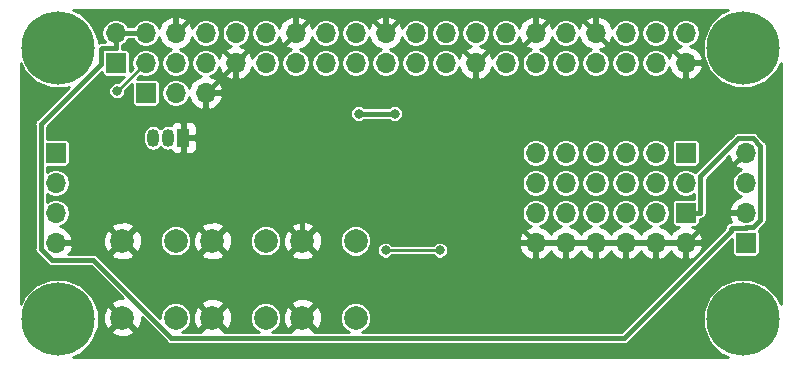
<source format=gbr>
G04 #@! TF.GenerationSoftware,KiCad,Pcbnew,5.0.1+dfsg1-3~bpo9+1*
G04 #@! TF.CreationDate,2018-12-04T00:42:53+01:00*
G04 #@! TF.ProjectId,wuhat,77756861742E6B696361645F70636200,rev?*
G04 #@! TF.SameCoordinates,Original*
G04 #@! TF.FileFunction,Copper,L2,Bot,Signal*
G04 #@! TF.FilePolarity,Positive*
%FSLAX46Y46*%
G04 Gerber Fmt 4.6, Leading zero omitted, Abs format (unit mm)*
G04 Created by KiCad (PCBNEW 5.0.1+dfsg1-3~bpo9+1) date Tue 04 Dec 2018 12:42:53 AM CET*
%MOMM*%
%LPD*%
G01*
G04 APERTURE LIST*
G04 #@! TA.AperFunction,ComponentPad*
%ADD10O,1.700000X1.700000*%
G04 #@! TD*
G04 #@! TA.AperFunction,ComponentPad*
%ADD11R,1.700000X1.700000*%
G04 #@! TD*
G04 #@! TA.AperFunction,ComponentPad*
%ADD12R,1.050000X1.500000*%
G04 #@! TD*
G04 #@! TA.AperFunction,ComponentPad*
%ADD13O,1.050000X1.500000*%
G04 #@! TD*
G04 #@! TA.AperFunction,ComponentPad*
%ADD14C,2.000000*%
G04 #@! TD*
G04 #@! TA.AperFunction,WasherPad*
%ADD15C,6.200000*%
G04 #@! TD*
G04 #@! TA.AperFunction,ViaPad*
%ADD16C,0.800000*%
G04 #@! TD*
G04 #@! TA.AperFunction,Conductor*
%ADD17C,0.400000*%
G04 #@! TD*
G04 #@! TA.AperFunction,Conductor*
%ADD18C,0.250000*%
G04 #@! TD*
G04 #@! TA.AperFunction,Conductor*
%ADD19C,0.254000*%
G04 #@! TD*
G04 APERTURE END LIST*
D10*
G04 #@! TO.P,J1,40*
G04 #@! TO.N,/GPIO21*
X158230000Y-97960000D03*
G04 #@! TO.P,J1,39*
G04 #@! TO.N,GND*
X158230000Y-100500000D03*
G04 #@! TO.P,J1,38*
G04 #@! TO.N,/GPIO20*
X155690000Y-97960000D03*
G04 #@! TO.P,J1,37*
G04 #@! TO.N,/GPIO26*
X155690000Y-100500000D03*
G04 #@! TO.P,J1,36*
G04 #@! TO.N,/GPIO16*
X153150000Y-97960000D03*
G04 #@! TO.P,J1,35*
G04 #@! TO.N,/GPIO19*
X153150000Y-100500000D03*
G04 #@! TO.P,J1,34*
G04 #@! TO.N,GND*
X150610000Y-97960000D03*
G04 #@! TO.P,J1,33*
G04 #@! TO.N,/GPIO13*
X150610000Y-100500000D03*
G04 #@! TO.P,J1,32*
G04 #@! TO.N,N/C*
X148070000Y-97960000D03*
G04 #@! TO.P,J1,31*
X148070000Y-100500000D03*
G04 #@! TO.P,J1,30*
G04 #@! TO.N,GND*
X145530000Y-97960000D03*
G04 #@! TO.P,J1,29*
G04 #@! TO.N,N/C*
X145530000Y-100500000D03*
G04 #@! TO.P,J1,28*
G04 #@! TO.N,/ID_SC*
X142990000Y-97960000D03*
G04 #@! TO.P,J1,27*
G04 #@! TO.N,/ID_SD*
X142990000Y-100500000D03*
G04 #@! TO.P,J1,26*
G04 #@! TO.N,N/C*
X140450000Y-97960000D03*
G04 #@! TO.P,J1,25*
G04 #@! TO.N,GND*
X140450000Y-100500000D03*
G04 #@! TO.P,J1,24*
G04 #@! TO.N,/CE0_N*
X137910000Y-97960000D03*
G04 #@! TO.P,J1,23*
G04 #@! TO.N,/SCLK0*
X137910000Y-100500000D03*
G04 #@! TO.P,J1,22*
G04 #@! TO.N,/GPIO25*
X135370000Y-97960000D03*
G04 #@! TO.P,J1,21*
G04 #@! TO.N,/MISO0*
X135370000Y-100500000D03*
G04 #@! TO.P,J1,20*
G04 #@! TO.N,GND*
X132830000Y-97960000D03*
G04 #@! TO.P,J1,19*
G04 #@! TO.N,/MOSI0*
X132830000Y-100500000D03*
G04 #@! TO.P,J1,18*
G04 #@! TO.N,/GPIO24*
X130290000Y-97960000D03*
G04 #@! TO.P,J1,17*
G04 #@! TO.N,+3V3*
X130290000Y-100500000D03*
G04 #@! TO.P,J1,16*
G04 #@! TO.N,/GPIO23*
X127750000Y-97960000D03*
G04 #@! TO.P,J1,15*
G04 #@! TO.N,/GPIO22*
X127750000Y-100500000D03*
G04 #@! TO.P,J1,14*
G04 #@! TO.N,GND*
X125210000Y-97960000D03*
G04 #@! TO.P,J1,13*
G04 #@! TO.N,/GPIO27*
X125210000Y-100500000D03*
G04 #@! TO.P,J1,12*
G04 #@! TO.N,/GPIO18*
X122670000Y-97960000D03*
G04 #@! TO.P,J1,11*
G04 #@! TO.N,/GPIO17*
X122670000Y-100500000D03*
G04 #@! TO.P,J1,10*
G04 #@! TO.N,N/C*
X120130000Y-97960000D03*
G04 #@! TO.P,J1,9*
G04 #@! TO.N,GND*
X120130000Y-100500000D03*
G04 #@! TO.P,J1,8*
G04 #@! TO.N,N/C*
X117590000Y-97960000D03*
G04 #@! TO.P,J1,7*
G04 #@! TO.N,/GPIO4_1WIRE*
X117590000Y-100500000D03*
G04 #@! TO.P,J1,6*
G04 #@! TO.N,GND*
X115050000Y-97960000D03*
G04 #@! TO.P,J1,5*
G04 #@! TO.N,/SCL*
X115050000Y-100500000D03*
G04 #@! TO.P,J1,4*
G04 #@! TO.N,+5V*
X112510000Y-97960000D03*
G04 #@! TO.P,J1,3*
G04 #@! TO.N,/SDA*
X112510000Y-100500000D03*
G04 #@! TO.P,J1,2*
G04 #@! TO.N,+5V*
X109970000Y-97960000D03*
D11*
G04 #@! TO.P,J1,1*
G04 #@! TO.N,+3V3*
X109970000Y-100500000D03*
G04 #@! TD*
G04 #@! TO.P,JGPIOA1,1*
G04 #@! TO.N,+5V*
X158230000Y-113200000D03*
D10*
G04 #@! TO.P,JGPIOA1,2*
G04 #@! TO.N,GND*
X158230000Y-115740000D03*
G04 #@! TO.P,JGPIOA1,3*
G04 #@! TO.N,+5V*
X155690000Y-113200000D03*
G04 #@! TO.P,JGPIOA1,4*
G04 #@! TO.N,GND*
X155690000Y-115740000D03*
G04 #@! TO.P,JGPIOA1,5*
G04 #@! TO.N,+5V*
X153150000Y-113200000D03*
G04 #@! TO.P,JGPIOA1,6*
G04 #@! TO.N,GND*
X153150000Y-115740000D03*
G04 #@! TO.P,JGPIOA1,7*
G04 #@! TO.N,+5V*
X150610000Y-113200000D03*
G04 #@! TO.P,JGPIOA1,8*
G04 #@! TO.N,GND*
X150610000Y-115740000D03*
G04 #@! TO.P,JGPIOA1,9*
G04 #@! TO.N,+5V*
X148070000Y-113200000D03*
G04 #@! TO.P,JGPIOA1,10*
G04 #@! TO.N,GND*
X148070000Y-115740000D03*
G04 #@! TO.P,JGPIOA1,11*
G04 #@! TO.N,+5V*
X145530000Y-113200000D03*
G04 #@! TO.P,JGPIOA1,12*
G04 #@! TO.N,GND*
X145530000Y-115740000D03*
G04 #@! TD*
G04 #@! TO.P,JGPIOB1,12*
G04 #@! TO.N,/_GPIO13*
X145530000Y-110660000D03*
G04 #@! TO.P,JGPIOB1,11*
G04 #@! TO.N,+3V3*
X145530000Y-108120000D03*
G04 #@! TO.P,JGPIOB1,10*
G04 #@! TO.N,/_GPIO16*
X148070000Y-110660000D03*
G04 #@! TO.P,JGPIOB1,9*
G04 #@! TO.N,+3V3*
X148070000Y-108120000D03*
G04 #@! TO.P,JGPIOB1,8*
G04 #@! TO.N,/_GPIO19*
X150610000Y-110660000D03*
G04 #@! TO.P,JGPIOB1,7*
G04 #@! TO.N,+3V3*
X150610000Y-108120000D03*
G04 #@! TO.P,JGPIOB1,6*
G04 #@! TO.N,/_GPIO20*
X153150000Y-110660000D03*
G04 #@! TO.P,JGPIOB1,5*
G04 #@! TO.N,+3V3*
X153150000Y-108120000D03*
G04 #@! TO.P,JGPIOB1,4*
G04 #@! TO.N,/_GPIO21*
X155690000Y-110660000D03*
G04 #@! TO.P,JGPIOB1,3*
G04 #@! TO.N,+3V3*
X155690000Y-108120000D03*
G04 #@! TO.P,JGPIOB1,2*
G04 #@! TO.N,/_GIPO26*
X158230000Y-110660000D03*
D11*
G04 #@! TO.P,JGPIOB1,1*
G04 #@! TO.N,+3V3*
X158230000Y-108120000D03*
G04 #@! TD*
G04 #@! TO.P,I2C1,1*
G04 #@! TO.N,+3V3*
X104890000Y-108120000D03*
D10*
G04 #@! TO.P,I2C1,2*
G04 #@! TO.N,/SDA*
X104890000Y-110660000D03*
G04 #@! TO.P,I2C1,3*
G04 #@! TO.N,/SCL*
X104890000Y-113200000D03*
G04 #@! TO.P,I2C1,4*
G04 #@! TO.N,GND*
X104890000Y-115740000D03*
G04 #@! TD*
D11*
G04 #@! TO.P,AI1,1*
G04 #@! TO.N,/CH0*
X163310000Y-115740000D03*
D10*
G04 #@! TO.P,AI1,2*
G04 #@! TO.N,GND*
X163310000Y-113200000D03*
G04 #@! TO.P,AI1,3*
G04 #@! TO.N,/CH1*
X163310000Y-110660000D03*
G04 #@! TO.P,AI1,4*
G04 #@! TO.N,GND*
X163310000Y-108120000D03*
G04 #@! TD*
D12*
G04 #@! TO.P,DS1820,1*
G04 #@! TO.N,GND*
X115685000Y-106850000D03*
D13*
G04 #@! TO.P,DS1820,3*
G04 #@! TO.N,+3V3*
X113145000Y-106850000D03*
G04 #@! TO.P,DS1820,2*
G04 #@! TO.N,/GPIO4_1WIRE*
X114415000Y-106850000D03*
G04 #@! TD*
D14*
G04 #@! TO.P,GPIO17,2*
G04 #@! TO.N,Net-(GPIO17-Pad2)*
X115050000Y-122090000D03*
G04 #@! TO.P,GPIO17,1*
G04 #@! TO.N,GND*
X110550000Y-122090000D03*
G04 #@! TO.P,GPIO17,2*
G04 #@! TO.N,Net-(GPIO17-Pad2)*
X115050000Y-115590000D03*
G04 #@! TO.P,GPIO17,1*
G04 #@! TO.N,GND*
X110550000Y-115590000D03*
G04 #@! TD*
G04 #@! TO.P,GPIO22,1*
G04 #@! TO.N,GND*
X125790000Y-115590000D03*
G04 #@! TO.P,GPIO22,2*
G04 #@! TO.N,Net-(GPIO22-Pad2)*
X130290000Y-115590000D03*
G04 #@! TO.P,GPIO22,1*
G04 #@! TO.N,GND*
X125790000Y-122090000D03*
G04 #@! TO.P,GPIO22,2*
G04 #@! TO.N,Net-(GPIO22-Pad2)*
X130290000Y-122090000D03*
G04 #@! TD*
G04 #@! TO.P,GPIO27,2*
G04 #@! TO.N,Net-(GPIO27-Pad2)*
X122670000Y-122090000D03*
G04 #@! TO.P,GPIO27,1*
G04 #@! TO.N,GND*
X118170000Y-122090000D03*
G04 #@! TO.P,GPIO27,2*
G04 #@! TO.N,Net-(GPIO27-Pad2)*
X122670000Y-115590000D03*
G04 #@! TO.P,GPIO27,1*
G04 #@! TO.N,GND*
X118170000Y-115590000D03*
G04 #@! TD*
D11*
G04 #@! TO.P,1W1,1*
G04 #@! TO.N,+3V3*
X112510000Y-103040000D03*
D10*
G04 #@! TO.P,1W1,2*
G04 #@! TO.N,/GPIO4_1WIRE*
X115050000Y-103040000D03*
G04 #@! TO.P,1W1,3*
G04 #@! TO.N,GND*
X117590000Y-103040000D03*
G04 #@! TD*
D15*
G04 #@! TO.P,REF\002A\002A,*
G04 #@! TO.N,*
X163100000Y-99230000D03*
G04 #@! TD*
G04 #@! TO.P,REF\002A\002A,*
G04 #@! TO.N,*
X163100000Y-122230000D03*
G04 #@! TD*
G04 #@! TO.P,REF\002A\002A,*
G04 #@! TO.N,*
X105100000Y-122230000D03*
G04 #@! TD*
G04 #@! TO.P,REF\002A\002A,*
G04 #@! TO.N,*
X105100000Y-99230000D03*
G04 #@! TD*
D16*
G04 #@! TO.N,GND*
X143510000Y-118745000D03*
X118860000Y-111004990D03*
X126100000Y-111730000D03*
X123100000Y-111930000D03*
X141720000Y-108755000D03*
X142355000Y-118280000D03*
X133465000Y-118915000D03*
X133465000Y-117645000D03*
X141085000Y-118280000D03*
X129508722Y-111705533D03*
X143510000Y-121285000D03*
X107176000Y-104056000D03*
X104128000Y-103294000D03*
X106287000Y-104945000D03*
X103239000Y-104056000D03*
X108573000Y-113073000D03*
X102604000Y-117137000D03*
X112256000Y-109263000D03*
X111367000Y-112057000D03*
X116447000Y-113200000D03*
X135624000Y-104818000D03*
X146800000Y-104310000D03*
X149340000Y-104310000D03*
X151880000Y-104310000D03*
X154420000Y-104310000D03*
X156960000Y-104310000D03*
X159500000Y-104310000D03*
X163437000Y-118153000D03*
X159119000Y-122344000D03*
X157691000Y-121074000D03*
X142863000Y-108755000D03*
X136830500Y-115105000D03*
G04 #@! TO.N,+3V3*
X133592000Y-104818000D03*
X130544000Y-104818000D03*
G04 #@! TO.N,/CE0_N*
X132830000Y-116375000D03*
X137402004Y-116375000D03*
G04 #@! TO.N,/SDA*
X110074072Y-102889074D03*
G04 #@! TD*
D17*
G04 #@! TO.N,GND*
X125790000Y-113145000D02*
X124575000Y-111930000D01*
X125790000Y-115590000D02*
X125790000Y-113145000D01*
X116769999Y-116990001D02*
X118170000Y-115590000D01*
X111950001Y-116990001D02*
X116769999Y-116990001D01*
X110550000Y-115590000D02*
X111950001Y-116990001D01*
X124389999Y-116990001D02*
X125790000Y-115590000D01*
X119570001Y-116990001D02*
X124389999Y-116990001D01*
X118170000Y-115590000D02*
X119570001Y-116990001D01*
X159079999Y-114890001D02*
X158230000Y-115740000D01*
X162059999Y-111910001D02*
X159079999Y-114890001D01*
X162059999Y-109370001D02*
X162059999Y-111910001D01*
X163310000Y-108120000D02*
X162059999Y-109370001D01*
X151459999Y-98809999D02*
X150610000Y-97960000D01*
X151899999Y-99249999D02*
X151459999Y-98809999D01*
X156979999Y-99249999D02*
X151899999Y-99249999D01*
X158230000Y-100500000D02*
X156979999Y-99249999D01*
X141299999Y-99650001D02*
X140450000Y-100500000D01*
X141739999Y-99210001D02*
X141299999Y-99650001D01*
X144279999Y-99210001D02*
X141739999Y-99210001D01*
X144279999Y-99210001D02*
X144680001Y-98809999D01*
X144279999Y-114489999D02*
X144279999Y-99210001D01*
X144680001Y-98809999D02*
X145530000Y-97960000D01*
X145530000Y-115740000D02*
X144279999Y-114489999D01*
X124360001Y-98809999D02*
X125210000Y-97960000D01*
X123920001Y-99249999D02*
X124360001Y-98809999D01*
X121380001Y-99249999D02*
X123920001Y-99249999D01*
X120130000Y-100500000D02*
X121380001Y-99249999D01*
X119785010Y-111930000D02*
X119259999Y-111404989D01*
X119259999Y-111404989D02*
X118860000Y-111004990D01*
X124775000Y-111730000D02*
X124575000Y-111930000D01*
X126100000Y-111730000D02*
X124775000Y-111730000D01*
X124575000Y-111930000D02*
X123100000Y-111930000D01*
X123100000Y-111930000D02*
X119785010Y-111930000D01*
X144279999Y-114489999D02*
X144279999Y-113869668D01*
X141720000Y-111309669D02*
X142340331Y-111930000D01*
X141720000Y-108755000D02*
X141720000Y-111309669D01*
X142340331Y-111930000D02*
X141845321Y-111434990D01*
X144279999Y-113869668D02*
X142340331Y-111930000D01*
X141720000Y-118915000D02*
X133465000Y-118915000D01*
X142355000Y-118280000D02*
X141720000Y-118915000D01*
X140450000Y-117645000D02*
X141085000Y-118280000D01*
X133465000Y-117645000D02*
X140450000Y-117645000D01*
X129484255Y-111730000D02*
X129508722Y-111705533D01*
X126100000Y-111730000D02*
X129484255Y-111730000D01*
X143510000Y-121285000D02*
X143510000Y-118745000D01*
X146780001Y-96709999D02*
X146379999Y-97110001D01*
X146379999Y-97110001D02*
X145530000Y-97960000D01*
X149359999Y-96709999D02*
X146780001Y-96709999D01*
X150610000Y-97960000D02*
X149359999Y-96709999D01*
X133679999Y-97110001D02*
X132830000Y-97960000D01*
X134080001Y-96709999D02*
X133679999Y-97110001D01*
X135970001Y-96709999D02*
X134080001Y-96709999D01*
X136620001Y-97359999D02*
X135970001Y-96709999D01*
X136620001Y-98520003D02*
X136620001Y-97359999D01*
X137309999Y-99210001D02*
X136620001Y-98520003D01*
X139160001Y-99210001D02*
X137309999Y-99210001D01*
X140450000Y-100500000D02*
X139160001Y-99210001D01*
X126460001Y-96709999D02*
X126059999Y-97110001D01*
X126059999Y-97110001D02*
X125210000Y-97960000D01*
X131579999Y-96709999D02*
X126460001Y-96709999D01*
X132830000Y-97960000D02*
X131579999Y-96709999D01*
X115899999Y-97110001D02*
X115050000Y-97960000D01*
X116300001Y-96709999D02*
X115899999Y-97110001D01*
X118190001Y-96709999D02*
X116300001Y-96709999D01*
X118879999Y-97399997D02*
X118190001Y-96709999D01*
X118879999Y-99249999D02*
X118879999Y-97399997D01*
X120130000Y-100500000D02*
X118879999Y-99249999D01*
X117590000Y-103040000D02*
X120130000Y-100500000D01*
G04 #@! TO.N,+3V3*
X133592000Y-104818000D02*
X130544000Y-104818000D01*
G04 #@! TO.N,+5V*
X112510000Y-97960000D02*
X109970000Y-97960000D01*
X104600000Y-117230000D02*
X108100000Y-117230000D01*
X163379999Y-114450001D02*
X163910001Y-114450001D01*
X162709999Y-106869999D02*
X159480001Y-110099997D01*
X109970000Y-97960000D02*
X109970000Y-99249999D01*
X103639999Y-116269999D02*
X104600000Y-117230000D01*
X108719999Y-100610001D02*
X107306000Y-102024000D01*
X108799999Y-99249999D02*
X108719999Y-99329999D01*
X109970000Y-99249999D02*
X108799999Y-99249999D01*
X163340001Y-114489999D02*
X163379999Y-114450001D01*
X108719999Y-99329999D02*
X108719999Y-100610001D01*
X153005000Y-123825000D02*
X162059999Y-114770001D01*
X162059999Y-114770001D02*
X162059999Y-114569999D01*
X159480000Y-113200000D02*
X158230000Y-113200000D01*
X159480001Y-110099997D02*
X159480000Y-113200000D01*
X103639999Y-105690001D02*
X103639999Y-116269999D01*
X162139999Y-114489999D02*
X163340001Y-114489999D01*
X164560001Y-107519999D02*
X163910001Y-106869999D01*
X108100000Y-117230000D02*
X114695000Y-123825000D01*
X163910001Y-106869999D02*
X162709999Y-106869999D01*
X114695000Y-123825000D02*
X153005000Y-123825000D01*
X162059999Y-114569999D02*
X162139999Y-114489999D01*
X163910001Y-114450001D02*
X164560001Y-113800001D01*
X164560001Y-113800001D02*
X164560001Y-107519999D01*
X107306000Y-102024000D02*
X103639999Y-105690001D01*
D18*
G04 #@! TO.N,/CE0_N*
X132830000Y-116375000D02*
X133395685Y-116375000D01*
X133395685Y-116375000D02*
X137402004Y-116375000D01*
G04 #@! TO.N,/SDA*
X110120926Y-102889074D02*
X110074072Y-102889074D01*
X112510000Y-100500000D02*
X110120926Y-102889074D01*
G04 #@! TD*
D19*
G04 #@! TO.N,GND*
G36*
X161158760Y-96324730D02*
X160194730Y-97288760D01*
X159673000Y-98548327D01*
X159673000Y-99911673D01*
X160194730Y-101171240D01*
X161158760Y-102135270D01*
X162418327Y-102657000D01*
X163781673Y-102657000D01*
X165041240Y-102135270D01*
X166005270Y-101171240D01*
X166272501Y-100526088D01*
X166272500Y-120933910D01*
X166005270Y-120288760D01*
X165041240Y-119324730D01*
X163781673Y-118803000D01*
X162418327Y-118803000D01*
X161158760Y-119324730D01*
X160194730Y-120288760D01*
X159673000Y-121548327D01*
X159673000Y-122911673D01*
X160194730Y-124171240D01*
X161158760Y-125135270D01*
X161803910Y-125402500D01*
X106396090Y-125402500D01*
X107041240Y-125135270D01*
X108005270Y-124171240D01*
X108389953Y-123242532D01*
X109577073Y-123242532D01*
X109675736Y-123509387D01*
X110285461Y-123735908D01*
X110935460Y-123711856D01*
X111424264Y-123509387D01*
X111522927Y-123242532D01*
X110550000Y-122269605D01*
X109577073Y-123242532D01*
X108389953Y-123242532D01*
X108527000Y-122911673D01*
X108527000Y-121825461D01*
X108904092Y-121825461D01*
X108928144Y-122475460D01*
X109130613Y-122964264D01*
X109397468Y-123062927D01*
X110370395Y-122090000D01*
X109397468Y-121117073D01*
X109130613Y-121215736D01*
X108904092Y-121825461D01*
X108527000Y-121825461D01*
X108527000Y-121548327D01*
X108005270Y-120288760D01*
X107041240Y-119324730D01*
X105781673Y-118803000D01*
X104418327Y-118803000D01*
X103158760Y-119324730D01*
X102194730Y-120288760D01*
X101927500Y-120933910D01*
X101927500Y-100526090D01*
X102194730Y-101171240D01*
X103158760Y-102135270D01*
X104418327Y-102657000D01*
X105781673Y-102657000D01*
X106030973Y-102553737D01*
X103304054Y-105280656D01*
X103260054Y-105310056D01*
X103143576Y-105484377D01*
X103112999Y-105638099D01*
X103112999Y-105638103D01*
X103102676Y-105690001D01*
X103112999Y-105741899D01*
X103113000Y-116218096D01*
X103102676Y-116269999D01*
X103143577Y-116475624D01*
X103230653Y-116605943D01*
X103230657Y-116605947D01*
X103260055Y-116649944D01*
X103304052Y-116679342D01*
X104190654Y-117565944D01*
X104220055Y-117609945D01*
X104394375Y-117726423D01*
X104548097Y-117757000D01*
X104548101Y-117757000D01*
X104599999Y-117767323D01*
X104651897Y-117757000D01*
X107881710Y-117757000D01*
X110577571Y-120452861D01*
X110164540Y-120468144D01*
X109675736Y-120670613D01*
X109577073Y-120937468D01*
X110550000Y-121910395D01*
X110564143Y-121896253D01*
X110743748Y-122075858D01*
X110729605Y-122090000D01*
X111702532Y-123062927D01*
X111969387Y-122964264D01*
X112195908Y-122354539D01*
X112185021Y-122060311D01*
X114285655Y-124160945D01*
X114315055Y-124204945D01*
X114489375Y-124321423D01*
X114643097Y-124352000D01*
X114643101Y-124352000D01*
X114694999Y-124362323D01*
X114746897Y-124352000D01*
X152953102Y-124352000D01*
X153005000Y-124362323D01*
X153056898Y-124352000D01*
X153056903Y-124352000D01*
X153210625Y-124321423D01*
X153384945Y-124204945D01*
X153414345Y-124160945D01*
X162126594Y-115448696D01*
X162126594Y-116590000D01*
X162151973Y-116717589D01*
X162224246Y-116825754D01*
X162332411Y-116898027D01*
X162460000Y-116923406D01*
X164160000Y-116923406D01*
X164287589Y-116898027D01*
X164395754Y-116825754D01*
X164468027Y-116717589D01*
X164493406Y-116590000D01*
X164493406Y-114890000D01*
X164468027Y-114762411D01*
X164417901Y-114687391D01*
X164895949Y-114209344D01*
X164939946Y-114179946D01*
X164969344Y-114135949D01*
X164969347Y-114135946D01*
X165056424Y-114005627D01*
X165074912Y-113912678D01*
X165087001Y-113851904D01*
X165087001Y-113851900D01*
X165097324Y-113800001D01*
X165087001Y-113748102D01*
X165087001Y-107571898D01*
X165097324Y-107519999D01*
X165087001Y-107468100D01*
X165087001Y-107468096D01*
X165056424Y-107314374D01*
X165056424Y-107314373D01*
X164969347Y-107184054D01*
X164969344Y-107184051D01*
X164939946Y-107140054D01*
X164895948Y-107110655D01*
X164319346Y-106534054D01*
X164289946Y-106490054D01*
X164115626Y-106373576D01*
X163961904Y-106342999D01*
X163961899Y-106342999D01*
X163910001Y-106332676D01*
X163858103Y-106342999D01*
X162761897Y-106342999D01*
X162709999Y-106332676D01*
X162658101Y-106342999D01*
X162658096Y-106342999D01*
X162504374Y-106373576D01*
X162504372Y-106373577D01*
X162504373Y-106373577D01*
X162374054Y-106460653D01*
X162374051Y-106460656D01*
X162330054Y-106490054D01*
X162300656Y-106534051D01*
X159144054Y-109690654D01*
X159100057Y-109720052D01*
X159070659Y-109764049D01*
X159070655Y-109764053D01*
X159051212Y-109793152D01*
X158689242Y-109551291D01*
X158345920Y-109483000D01*
X158114080Y-109483000D01*
X157770758Y-109551291D01*
X157381431Y-109811431D01*
X157121291Y-110200758D01*
X157029942Y-110660000D01*
X157121291Y-111119242D01*
X157381431Y-111508569D01*
X157770758Y-111768709D01*
X158114080Y-111837000D01*
X158345920Y-111837000D01*
X158689242Y-111768709D01*
X158953001Y-111592471D01*
X158953001Y-112016594D01*
X157380000Y-112016594D01*
X157252411Y-112041973D01*
X157144246Y-112114246D01*
X157071973Y-112222411D01*
X157046594Y-112350000D01*
X157046594Y-114050000D01*
X157071973Y-114177589D01*
X157144246Y-114285754D01*
X157252411Y-114358027D01*
X157380000Y-114383406D01*
X157668174Y-114383406D01*
X157463076Y-114468355D01*
X157034817Y-114858642D01*
X156960000Y-115017954D01*
X156885183Y-114858642D01*
X156456924Y-114468355D01*
X156096709Y-114319158D01*
X156149242Y-114308709D01*
X156538569Y-114048569D01*
X156798709Y-113659242D01*
X156890058Y-113200000D01*
X156798709Y-112740758D01*
X156538569Y-112351431D01*
X156149242Y-112091291D01*
X155805920Y-112023000D01*
X155574080Y-112023000D01*
X155230758Y-112091291D01*
X154841431Y-112351431D01*
X154581291Y-112740758D01*
X154489942Y-113200000D01*
X154581291Y-113659242D01*
X154841431Y-114048569D01*
X155230758Y-114308709D01*
X155283291Y-114319158D01*
X154923076Y-114468355D01*
X154494817Y-114858642D01*
X154420000Y-115017954D01*
X154345183Y-114858642D01*
X153916924Y-114468355D01*
X153556709Y-114319158D01*
X153609242Y-114308709D01*
X153998569Y-114048569D01*
X154258709Y-113659242D01*
X154350058Y-113200000D01*
X154258709Y-112740758D01*
X153998569Y-112351431D01*
X153609242Y-112091291D01*
X153265920Y-112023000D01*
X153034080Y-112023000D01*
X152690758Y-112091291D01*
X152301431Y-112351431D01*
X152041291Y-112740758D01*
X151949942Y-113200000D01*
X152041291Y-113659242D01*
X152301431Y-114048569D01*
X152690758Y-114308709D01*
X152743291Y-114319158D01*
X152383076Y-114468355D01*
X151954817Y-114858642D01*
X151880000Y-115017954D01*
X151805183Y-114858642D01*
X151376924Y-114468355D01*
X151016709Y-114319158D01*
X151069242Y-114308709D01*
X151458569Y-114048569D01*
X151718709Y-113659242D01*
X151810058Y-113200000D01*
X151718709Y-112740758D01*
X151458569Y-112351431D01*
X151069242Y-112091291D01*
X150725920Y-112023000D01*
X150494080Y-112023000D01*
X150150758Y-112091291D01*
X149761431Y-112351431D01*
X149501291Y-112740758D01*
X149409942Y-113200000D01*
X149501291Y-113659242D01*
X149761431Y-114048569D01*
X150150758Y-114308709D01*
X150203291Y-114319158D01*
X149843076Y-114468355D01*
X149414817Y-114858642D01*
X149340000Y-115017954D01*
X149265183Y-114858642D01*
X148836924Y-114468355D01*
X148476709Y-114319158D01*
X148529242Y-114308709D01*
X148918569Y-114048569D01*
X149178709Y-113659242D01*
X149270058Y-113200000D01*
X149178709Y-112740758D01*
X148918569Y-112351431D01*
X148529242Y-112091291D01*
X148185920Y-112023000D01*
X147954080Y-112023000D01*
X147610758Y-112091291D01*
X147221431Y-112351431D01*
X146961291Y-112740758D01*
X146869942Y-113200000D01*
X146961291Y-113659242D01*
X147221431Y-114048569D01*
X147610758Y-114308709D01*
X147663291Y-114319158D01*
X147303076Y-114468355D01*
X146874817Y-114858642D01*
X146800000Y-115017954D01*
X146725183Y-114858642D01*
X146296924Y-114468355D01*
X145936709Y-114319158D01*
X145989242Y-114308709D01*
X146378569Y-114048569D01*
X146638709Y-113659242D01*
X146730058Y-113200000D01*
X146638709Y-112740758D01*
X146378569Y-112351431D01*
X145989242Y-112091291D01*
X145645920Y-112023000D01*
X145414080Y-112023000D01*
X145070758Y-112091291D01*
X144681431Y-112351431D01*
X144421291Y-112740758D01*
X144329942Y-113200000D01*
X144421291Y-113659242D01*
X144681431Y-114048569D01*
X145070758Y-114308709D01*
X145123291Y-114319158D01*
X144763076Y-114468355D01*
X144334817Y-114858642D01*
X144088514Y-115383108D01*
X144209181Y-115613000D01*
X145403000Y-115613000D01*
X145403000Y-115593000D01*
X145657000Y-115593000D01*
X145657000Y-115613000D01*
X147943000Y-115613000D01*
X147943000Y-115593000D01*
X148197000Y-115593000D01*
X148197000Y-115613000D01*
X150483000Y-115613000D01*
X150483000Y-115593000D01*
X150737000Y-115593000D01*
X150737000Y-115613000D01*
X153023000Y-115613000D01*
X153023000Y-115593000D01*
X153277000Y-115593000D01*
X153277000Y-115613000D01*
X155563000Y-115613000D01*
X155563000Y-115593000D01*
X155817000Y-115593000D01*
X155817000Y-115613000D01*
X158103000Y-115613000D01*
X158103000Y-115593000D01*
X158357000Y-115593000D01*
X158357000Y-115613000D01*
X159550819Y-115613000D01*
X159671486Y-115383108D01*
X159425183Y-114858642D01*
X158996924Y-114468355D01*
X158791826Y-114383406D01*
X159080000Y-114383406D01*
X159207589Y-114358027D01*
X159315754Y-114285754D01*
X159388027Y-114177589D01*
X159413406Y-114050000D01*
X159413406Y-113727000D01*
X159428102Y-113727000D01*
X159480000Y-113737323D01*
X159531899Y-113727000D01*
X159531903Y-113727000D01*
X159685625Y-113696423D01*
X159859945Y-113579945D01*
X159976423Y-113405625D01*
X160017324Y-113200000D01*
X160006999Y-113148093D01*
X160007001Y-110318287D01*
X161891013Y-108434275D01*
X161868524Y-108476890D01*
X162038355Y-108886924D01*
X162428642Y-109315183D01*
X162907406Y-109540023D01*
X162850758Y-109551291D01*
X162461431Y-109811431D01*
X162201291Y-110200758D01*
X162109942Y-110660000D01*
X162201291Y-111119242D01*
X162461431Y-111508569D01*
X162850758Y-111768709D01*
X162907406Y-111779977D01*
X162428642Y-112004817D01*
X162038355Y-112433076D01*
X161868524Y-112843110D01*
X161989845Y-113073000D01*
X163183000Y-113073000D01*
X163183000Y-113053000D01*
X163437000Y-113053000D01*
X163437000Y-113073000D01*
X163457000Y-113073000D01*
X163457000Y-113327000D01*
X163437000Y-113327000D01*
X163437000Y-113347000D01*
X163183000Y-113347000D01*
X163183000Y-113327000D01*
X161989845Y-113327000D01*
X161868524Y-113556890D01*
X162038355Y-113966924D01*
X162042960Y-113971977D01*
X161934374Y-113993576D01*
X161760054Y-114110054D01*
X161730654Y-114154054D01*
X161724052Y-114160656D01*
X161680055Y-114190054D01*
X161650656Y-114234052D01*
X161650653Y-114234055D01*
X161631313Y-114263000D01*
X161563576Y-114364374D01*
X161532999Y-114518096D01*
X161532999Y-114518101D01*
X161524654Y-114560056D01*
X152786710Y-123298000D01*
X130841248Y-123298000D01*
X131041685Y-123214976D01*
X131414976Y-122841685D01*
X131617000Y-122353957D01*
X131617000Y-121826043D01*
X131414976Y-121338315D01*
X131041685Y-120965024D01*
X130553957Y-120763000D01*
X130026043Y-120763000D01*
X129538315Y-120965024D01*
X129165024Y-121338315D01*
X128963000Y-121826043D01*
X128963000Y-122353957D01*
X129165024Y-122841685D01*
X129538315Y-123214976D01*
X129738752Y-123298000D01*
X126742419Y-123298000D01*
X126762927Y-123242532D01*
X125790000Y-122269605D01*
X124817073Y-123242532D01*
X124837581Y-123298000D01*
X123221248Y-123298000D01*
X123421685Y-123214976D01*
X123794976Y-122841685D01*
X123997000Y-122353957D01*
X123997000Y-121826043D01*
X123996759Y-121825461D01*
X124144092Y-121825461D01*
X124168144Y-122475460D01*
X124370613Y-122964264D01*
X124637468Y-123062927D01*
X125610395Y-122090000D01*
X125969605Y-122090000D01*
X126942532Y-123062927D01*
X127209387Y-122964264D01*
X127435908Y-122354539D01*
X127411856Y-121704540D01*
X127209387Y-121215736D01*
X126942532Y-121117073D01*
X125969605Y-122090000D01*
X125610395Y-122090000D01*
X124637468Y-121117073D01*
X124370613Y-121215736D01*
X124144092Y-121825461D01*
X123996759Y-121825461D01*
X123794976Y-121338315D01*
X123421685Y-120965024D01*
X123355160Y-120937468D01*
X124817073Y-120937468D01*
X125790000Y-121910395D01*
X126762927Y-120937468D01*
X126664264Y-120670613D01*
X126054539Y-120444092D01*
X125404540Y-120468144D01*
X124915736Y-120670613D01*
X124817073Y-120937468D01*
X123355160Y-120937468D01*
X122933957Y-120763000D01*
X122406043Y-120763000D01*
X121918315Y-120965024D01*
X121545024Y-121338315D01*
X121343000Y-121826043D01*
X121343000Y-122353957D01*
X121545024Y-122841685D01*
X121918315Y-123214976D01*
X122118752Y-123298000D01*
X119122419Y-123298000D01*
X119142927Y-123242532D01*
X118170000Y-122269605D01*
X117197073Y-123242532D01*
X117217581Y-123298000D01*
X115601248Y-123298000D01*
X115801685Y-123214976D01*
X116174976Y-122841685D01*
X116377000Y-122353957D01*
X116377000Y-121826043D01*
X116376759Y-121825461D01*
X116524092Y-121825461D01*
X116548144Y-122475460D01*
X116750613Y-122964264D01*
X117017468Y-123062927D01*
X117990395Y-122090000D01*
X118349605Y-122090000D01*
X119322532Y-123062927D01*
X119589387Y-122964264D01*
X119815908Y-122354539D01*
X119791856Y-121704540D01*
X119589387Y-121215736D01*
X119322532Y-121117073D01*
X118349605Y-122090000D01*
X117990395Y-122090000D01*
X117017468Y-121117073D01*
X116750613Y-121215736D01*
X116524092Y-121825461D01*
X116376759Y-121825461D01*
X116174976Y-121338315D01*
X115801685Y-120965024D01*
X115735160Y-120937468D01*
X117197073Y-120937468D01*
X118170000Y-121910395D01*
X119142927Y-120937468D01*
X119044264Y-120670613D01*
X118434539Y-120444092D01*
X117784540Y-120468144D01*
X117295736Y-120670613D01*
X117197073Y-120937468D01*
X115735160Y-120937468D01*
X115313957Y-120763000D01*
X114786043Y-120763000D01*
X114298315Y-120965024D01*
X113925024Y-121338315D01*
X113723000Y-121826043D01*
X113723000Y-122107710D01*
X108509345Y-116894055D01*
X108479945Y-116850055D01*
X108319027Y-116742532D01*
X109577073Y-116742532D01*
X109675736Y-117009387D01*
X110285461Y-117235908D01*
X110935460Y-117211856D01*
X111424264Y-117009387D01*
X111522927Y-116742532D01*
X110550000Y-115769605D01*
X109577073Y-116742532D01*
X108319027Y-116742532D01*
X108305625Y-116733577D01*
X108151903Y-116703000D01*
X108151898Y-116703000D01*
X108100000Y-116692677D01*
X108048102Y-116703000D01*
X105982954Y-116703000D01*
X106161645Y-116506924D01*
X106331476Y-116096890D01*
X106210155Y-115867000D01*
X105017000Y-115867000D01*
X105017000Y-115887000D01*
X104763000Y-115887000D01*
X104763000Y-115867000D01*
X104743000Y-115867000D01*
X104743000Y-115613000D01*
X104763000Y-115613000D01*
X104763000Y-115593000D01*
X105017000Y-115593000D01*
X105017000Y-115613000D01*
X106210155Y-115613000D01*
X106331476Y-115383110D01*
X106307599Y-115325461D01*
X108904092Y-115325461D01*
X108928144Y-115975460D01*
X109130613Y-116464264D01*
X109397468Y-116562927D01*
X110370395Y-115590000D01*
X110729605Y-115590000D01*
X111702532Y-116562927D01*
X111969387Y-116464264D01*
X112195908Y-115854539D01*
X112176352Y-115326043D01*
X113723000Y-115326043D01*
X113723000Y-115853957D01*
X113925024Y-116341685D01*
X114298315Y-116714976D01*
X114786043Y-116917000D01*
X115313957Y-116917000D01*
X115735159Y-116742532D01*
X117197073Y-116742532D01*
X117295736Y-117009387D01*
X117905461Y-117235908D01*
X118555460Y-117211856D01*
X119044264Y-117009387D01*
X119142927Y-116742532D01*
X118170000Y-115769605D01*
X117197073Y-116742532D01*
X115735159Y-116742532D01*
X115801685Y-116714976D01*
X116174976Y-116341685D01*
X116377000Y-115853957D01*
X116377000Y-115326043D01*
X116376759Y-115325461D01*
X116524092Y-115325461D01*
X116548144Y-115975460D01*
X116750613Y-116464264D01*
X117017468Y-116562927D01*
X117990395Y-115590000D01*
X118349605Y-115590000D01*
X119322532Y-116562927D01*
X119589387Y-116464264D01*
X119815908Y-115854539D01*
X119796352Y-115326043D01*
X121343000Y-115326043D01*
X121343000Y-115853957D01*
X121545024Y-116341685D01*
X121918315Y-116714976D01*
X122406043Y-116917000D01*
X122933957Y-116917000D01*
X123355159Y-116742532D01*
X124817073Y-116742532D01*
X124915736Y-117009387D01*
X125525461Y-117235908D01*
X126175460Y-117211856D01*
X126664264Y-117009387D01*
X126762927Y-116742532D01*
X125790000Y-115769605D01*
X124817073Y-116742532D01*
X123355159Y-116742532D01*
X123421685Y-116714976D01*
X123794976Y-116341685D01*
X123997000Y-115853957D01*
X123997000Y-115326043D01*
X123996759Y-115325461D01*
X124144092Y-115325461D01*
X124168144Y-115975460D01*
X124370613Y-116464264D01*
X124637468Y-116562927D01*
X125610395Y-115590000D01*
X125969605Y-115590000D01*
X126942532Y-116562927D01*
X127209387Y-116464264D01*
X127435908Y-115854539D01*
X127416352Y-115326043D01*
X128963000Y-115326043D01*
X128963000Y-115853957D01*
X129165024Y-116341685D01*
X129538315Y-116714976D01*
X130026043Y-116917000D01*
X130553957Y-116917000D01*
X131041685Y-116714976D01*
X131414976Y-116341685D01*
X131461075Y-116230391D01*
X132103000Y-116230391D01*
X132103000Y-116519609D01*
X132213679Y-116786813D01*
X132418187Y-116991321D01*
X132685391Y-117102000D01*
X132974609Y-117102000D01*
X133241813Y-116991321D01*
X133406134Y-116827000D01*
X136825870Y-116827000D01*
X136990191Y-116991321D01*
X137257395Y-117102000D01*
X137546613Y-117102000D01*
X137813817Y-116991321D01*
X138018325Y-116786813D01*
X138129004Y-116519609D01*
X138129004Y-116230391D01*
X138073708Y-116096892D01*
X144088514Y-116096892D01*
X144334817Y-116621358D01*
X144763076Y-117011645D01*
X145173110Y-117181476D01*
X145403000Y-117060155D01*
X145403000Y-115867000D01*
X145657000Y-115867000D01*
X145657000Y-117060155D01*
X145886890Y-117181476D01*
X146296924Y-117011645D01*
X146725183Y-116621358D01*
X146800000Y-116462046D01*
X146874817Y-116621358D01*
X147303076Y-117011645D01*
X147713110Y-117181476D01*
X147943000Y-117060155D01*
X147943000Y-115867000D01*
X148197000Y-115867000D01*
X148197000Y-117060155D01*
X148426890Y-117181476D01*
X148836924Y-117011645D01*
X149265183Y-116621358D01*
X149340000Y-116462046D01*
X149414817Y-116621358D01*
X149843076Y-117011645D01*
X150253110Y-117181476D01*
X150483000Y-117060155D01*
X150483000Y-115867000D01*
X150737000Y-115867000D01*
X150737000Y-117060155D01*
X150966890Y-117181476D01*
X151376924Y-117011645D01*
X151805183Y-116621358D01*
X151880000Y-116462046D01*
X151954817Y-116621358D01*
X152383076Y-117011645D01*
X152793110Y-117181476D01*
X153023000Y-117060155D01*
X153023000Y-115867000D01*
X153277000Y-115867000D01*
X153277000Y-117060155D01*
X153506890Y-117181476D01*
X153916924Y-117011645D01*
X154345183Y-116621358D01*
X154420000Y-116462046D01*
X154494817Y-116621358D01*
X154923076Y-117011645D01*
X155333110Y-117181476D01*
X155563000Y-117060155D01*
X155563000Y-115867000D01*
X155817000Y-115867000D01*
X155817000Y-117060155D01*
X156046890Y-117181476D01*
X156456924Y-117011645D01*
X156885183Y-116621358D01*
X156960000Y-116462046D01*
X157034817Y-116621358D01*
X157463076Y-117011645D01*
X157873110Y-117181476D01*
X158103000Y-117060155D01*
X158103000Y-115867000D01*
X158357000Y-115867000D01*
X158357000Y-117060155D01*
X158586890Y-117181476D01*
X158996924Y-117011645D01*
X159425183Y-116621358D01*
X159671486Y-116096892D01*
X159550819Y-115867000D01*
X158357000Y-115867000D01*
X158103000Y-115867000D01*
X155817000Y-115867000D01*
X155563000Y-115867000D01*
X153277000Y-115867000D01*
X153023000Y-115867000D01*
X150737000Y-115867000D01*
X150483000Y-115867000D01*
X148197000Y-115867000D01*
X147943000Y-115867000D01*
X145657000Y-115867000D01*
X145403000Y-115867000D01*
X144209181Y-115867000D01*
X144088514Y-116096892D01*
X138073708Y-116096892D01*
X138018325Y-115963187D01*
X137813817Y-115758679D01*
X137546613Y-115648000D01*
X137257395Y-115648000D01*
X136990191Y-115758679D01*
X136825870Y-115923000D01*
X133406134Y-115923000D01*
X133241813Y-115758679D01*
X132974609Y-115648000D01*
X132685391Y-115648000D01*
X132418187Y-115758679D01*
X132213679Y-115963187D01*
X132103000Y-116230391D01*
X131461075Y-116230391D01*
X131617000Y-115853957D01*
X131617000Y-115326043D01*
X131414976Y-114838315D01*
X131041685Y-114465024D01*
X130553957Y-114263000D01*
X130026043Y-114263000D01*
X129538315Y-114465024D01*
X129165024Y-114838315D01*
X128963000Y-115326043D01*
X127416352Y-115326043D01*
X127411856Y-115204540D01*
X127209387Y-114715736D01*
X126942532Y-114617073D01*
X125969605Y-115590000D01*
X125610395Y-115590000D01*
X124637468Y-114617073D01*
X124370613Y-114715736D01*
X124144092Y-115325461D01*
X123996759Y-115325461D01*
X123794976Y-114838315D01*
X123421685Y-114465024D01*
X123355160Y-114437468D01*
X124817073Y-114437468D01*
X125790000Y-115410395D01*
X126762927Y-114437468D01*
X126664264Y-114170613D01*
X126054539Y-113944092D01*
X125404540Y-113968144D01*
X124915736Y-114170613D01*
X124817073Y-114437468D01*
X123355160Y-114437468D01*
X122933957Y-114263000D01*
X122406043Y-114263000D01*
X121918315Y-114465024D01*
X121545024Y-114838315D01*
X121343000Y-115326043D01*
X119796352Y-115326043D01*
X119791856Y-115204540D01*
X119589387Y-114715736D01*
X119322532Y-114617073D01*
X118349605Y-115590000D01*
X117990395Y-115590000D01*
X117017468Y-114617073D01*
X116750613Y-114715736D01*
X116524092Y-115325461D01*
X116376759Y-115325461D01*
X116174976Y-114838315D01*
X115801685Y-114465024D01*
X115735160Y-114437468D01*
X117197073Y-114437468D01*
X118170000Y-115410395D01*
X119142927Y-114437468D01*
X119044264Y-114170613D01*
X118434539Y-113944092D01*
X117784540Y-113968144D01*
X117295736Y-114170613D01*
X117197073Y-114437468D01*
X115735160Y-114437468D01*
X115313957Y-114263000D01*
X114786043Y-114263000D01*
X114298315Y-114465024D01*
X113925024Y-114838315D01*
X113723000Y-115326043D01*
X112176352Y-115326043D01*
X112171856Y-115204540D01*
X111969387Y-114715736D01*
X111702532Y-114617073D01*
X110729605Y-115590000D01*
X110370395Y-115590000D01*
X109397468Y-114617073D01*
X109130613Y-114715736D01*
X108904092Y-115325461D01*
X106307599Y-115325461D01*
X106161645Y-114973076D01*
X105771358Y-114544817D01*
X105542774Y-114437468D01*
X109577073Y-114437468D01*
X110550000Y-115410395D01*
X111522927Y-114437468D01*
X111424264Y-114170613D01*
X110814539Y-113944092D01*
X110164540Y-113968144D01*
X109675736Y-114170613D01*
X109577073Y-114437468D01*
X105542774Y-114437468D01*
X105292594Y-114319977D01*
X105349242Y-114308709D01*
X105738569Y-114048569D01*
X105998709Y-113659242D01*
X106090058Y-113200000D01*
X105998709Y-112740758D01*
X105738569Y-112351431D01*
X105349242Y-112091291D01*
X105005920Y-112023000D01*
X104774080Y-112023000D01*
X104430758Y-112091291D01*
X104166999Y-112267529D01*
X104166999Y-111592471D01*
X104430758Y-111768709D01*
X104774080Y-111837000D01*
X105005920Y-111837000D01*
X105349242Y-111768709D01*
X105738569Y-111508569D01*
X105998709Y-111119242D01*
X106090058Y-110660000D01*
X144329942Y-110660000D01*
X144421291Y-111119242D01*
X144681431Y-111508569D01*
X145070758Y-111768709D01*
X145414080Y-111837000D01*
X145645920Y-111837000D01*
X145989242Y-111768709D01*
X146378569Y-111508569D01*
X146638709Y-111119242D01*
X146730058Y-110660000D01*
X146869942Y-110660000D01*
X146961291Y-111119242D01*
X147221431Y-111508569D01*
X147610758Y-111768709D01*
X147954080Y-111837000D01*
X148185920Y-111837000D01*
X148529242Y-111768709D01*
X148918569Y-111508569D01*
X149178709Y-111119242D01*
X149270058Y-110660000D01*
X149409942Y-110660000D01*
X149501291Y-111119242D01*
X149761431Y-111508569D01*
X150150758Y-111768709D01*
X150494080Y-111837000D01*
X150725920Y-111837000D01*
X151069242Y-111768709D01*
X151458569Y-111508569D01*
X151718709Y-111119242D01*
X151810058Y-110660000D01*
X151949942Y-110660000D01*
X152041291Y-111119242D01*
X152301431Y-111508569D01*
X152690758Y-111768709D01*
X153034080Y-111837000D01*
X153265920Y-111837000D01*
X153609242Y-111768709D01*
X153998569Y-111508569D01*
X154258709Y-111119242D01*
X154350058Y-110660000D01*
X154489942Y-110660000D01*
X154581291Y-111119242D01*
X154841431Y-111508569D01*
X155230758Y-111768709D01*
X155574080Y-111837000D01*
X155805920Y-111837000D01*
X156149242Y-111768709D01*
X156538569Y-111508569D01*
X156798709Y-111119242D01*
X156890058Y-110660000D01*
X156798709Y-110200758D01*
X156538569Y-109811431D01*
X156149242Y-109551291D01*
X155805920Y-109483000D01*
X155574080Y-109483000D01*
X155230758Y-109551291D01*
X154841431Y-109811431D01*
X154581291Y-110200758D01*
X154489942Y-110660000D01*
X154350058Y-110660000D01*
X154258709Y-110200758D01*
X153998569Y-109811431D01*
X153609242Y-109551291D01*
X153265920Y-109483000D01*
X153034080Y-109483000D01*
X152690758Y-109551291D01*
X152301431Y-109811431D01*
X152041291Y-110200758D01*
X151949942Y-110660000D01*
X151810058Y-110660000D01*
X151718709Y-110200758D01*
X151458569Y-109811431D01*
X151069242Y-109551291D01*
X150725920Y-109483000D01*
X150494080Y-109483000D01*
X150150758Y-109551291D01*
X149761431Y-109811431D01*
X149501291Y-110200758D01*
X149409942Y-110660000D01*
X149270058Y-110660000D01*
X149178709Y-110200758D01*
X148918569Y-109811431D01*
X148529242Y-109551291D01*
X148185920Y-109483000D01*
X147954080Y-109483000D01*
X147610758Y-109551291D01*
X147221431Y-109811431D01*
X146961291Y-110200758D01*
X146869942Y-110660000D01*
X146730058Y-110660000D01*
X146638709Y-110200758D01*
X146378569Y-109811431D01*
X145989242Y-109551291D01*
X145645920Y-109483000D01*
X145414080Y-109483000D01*
X145070758Y-109551291D01*
X144681431Y-109811431D01*
X144421291Y-110200758D01*
X144329942Y-110660000D01*
X106090058Y-110660000D01*
X105998709Y-110200758D01*
X105738569Y-109811431D01*
X105349242Y-109551291D01*
X105005920Y-109483000D01*
X104774080Y-109483000D01*
X104430758Y-109551291D01*
X104166999Y-109727529D01*
X104166999Y-109303406D01*
X105740000Y-109303406D01*
X105867589Y-109278027D01*
X105975754Y-109205754D01*
X106048027Y-109097589D01*
X106073406Y-108970000D01*
X106073406Y-107270000D01*
X106048027Y-107142411D01*
X105975754Y-107034246D01*
X105867589Y-106961973D01*
X105740000Y-106936594D01*
X104166999Y-106936594D01*
X104166999Y-106541088D01*
X112293000Y-106541088D01*
X112293000Y-107158911D01*
X112342434Y-107407433D01*
X112530743Y-107689257D01*
X112812566Y-107877566D01*
X113145000Y-107943691D01*
X113477433Y-107877566D01*
X113759257Y-107689257D01*
X113780000Y-107658213D01*
X113800743Y-107689257D01*
X114082566Y-107877566D01*
X114415000Y-107943691D01*
X114599815Y-107906929D01*
X114621673Y-107959699D01*
X114800302Y-108138327D01*
X115033691Y-108235000D01*
X115399250Y-108235000D01*
X115558000Y-108076250D01*
X115558000Y-106977000D01*
X115812000Y-106977000D01*
X115812000Y-108076250D01*
X115970750Y-108235000D01*
X116336309Y-108235000D01*
X116569698Y-108138327D01*
X116588025Y-108120000D01*
X144329942Y-108120000D01*
X144421291Y-108579242D01*
X144681431Y-108968569D01*
X145070758Y-109228709D01*
X145414080Y-109297000D01*
X145645920Y-109297000D01*
X145989242Y-109228709D01*
X146378569Y-108968569D01*
X146638709Y-108579242D01*
X146730058Y-108120000D01*
X146869942Y-108120000D01*
X146961291Y-108579242D01*
X147221431Y-108968569D01*
X147610758Y-109228709D01*
X147954080Y-109297000D01*
X148185920Y-109297000D01*
X148529242Y-109228709D01*
X148918569Y-108968569D01*
X149178709Y-108579242D01*
X149270058Y-108120000D01*
X149409942Y-108120000D01*
X149501291Y-108579242D01*
X149761431Y-108968569D01*
X150150758Y-109228709D01*
X150494080Y-109297000D01*
X150725920Y-109297000D01*
X151069242Y-109228709D01*
X151458569Y-108968569D01*
X151718709Y-108579242D01*
X151810058Y-108120000D01*
X151949942Y-108120000D01*
X152041291Y-108579242D01*
X152301431Y-108968569D01*
X152690758Y-109228709D01*
X153034080Y-109297000D01*
X153265920Y-109297000D01*
X153609242Y-109228709D01*
X153998569Y-108968569D01*
X154258709Y-108579242D01*
X154350058Y-108120000D01*
X154489942Y-108120000D01*
X154581291Y-108579242D01*
X154841431Y-108968569D01*
X155230758Y-109228709D01*
X155574080Y-109297000D01*
X155805920Y-109297000D01*
X156149242Y-109228709D01*
X156538569Y-108968569D01*
X156798709Y-108579242D01*
X156890058Y-108120000D01*
X156798709Y-107660758D01*
X156538569Y-107271431D01*
X156536428Y-107270000D01*
X157046594Y-107270000D01*
X157046594Y-108970000D01*
X157071973Y-109097589D01*
X157144246Y-109205754D01*
X157252411Y-109278027D01*
X157380000Y-109303406D01*
X159080000Y-109303406D01*
X159207589Y-109278027D01*
X159315754Y-109205754D01*
X159388027Y-109097589D01*
X159413406Y-108970000D01*
X159413406Y-107270000D01*
X159388027Y-107142411D01*
X159315754Y-107034246D01*
X159207589Y-106961973D01*
X159080000Y-106936594D01*
X157380000Y-106936594D01*
X157252411Y-106961973D01*
X157144246Y-107034246D01*
X157071973Y-107142411D01*
X157046594Y-107270000D01*
X156536428Y-107270000D01*
X156149242Y-107011291D01*
X155805920Y-106943000D01*
X155574080Y-106943000D01*
X155230758Y-107011291D01*
X154841431Y-107271431D01*
X154581291Y-107660758D01*
X154489942Y-108120000D01*
X154350058Y-108120000D01*
X154258709Y-107660758D01*
X153998569Y-107271431D01*
X153609242Y-107011291D01*
X153265920Y-106943000D01*
X153034080Y-106943000D01*
X152690758Y-107011291D01*
X152301431Y-107271431D01*
X152041291Y-107660758D01*
X151949942Y-108120000D01*
X151810058Y-108120000D01*
X151718709Y-107660758D01*
X151458569Y-107271431D01*
X151069242Y-107011291D01*
X150725920Y-106943000D01*
X150494080Y-106943000D01*
X150150758Y-107011291D01*
X149761431Y-107271431D01*
X149501291Y-107660758D01*
X149409942Y-108120000D01*
X149270058Y-108120000D01*
X149178709Y-107660758D01*
X148918569Y-107271431D01*
X148529242Y-107011291D01*
X148185920Y-106943000D01*
X147954080Y-106943000D01*
X147610758Y-107011291D01*
X147221431Y-107271431D01*
X146961291Y-107660758D01*
X146869942Y-108120000D01*
X146730058Y-108120000D01*
X146638709Y-107660758D01*
X146378569Y-107271431D01*
X145989242Y-107011291D01*
X145645920Y-106943000D01*
X145414080Y-106943000D01*
X145070758Y-107011291D01*
X144681431Y-107271431D01*
X144421291Y-107660758D01*
X144329942Y-108120000D01*
X116588025Y-108120000D01*
X116748327Y-107959699D01*
X116845000Y-107726310D01*
X116845000Y-107135750D01*
X116686250Y-106977000D01*
X115812000Y-106977000D01*
X115558000Y-106977000D01*
X115538000Y-106977000D01*
X115538000Y-106723000D01*
X115558000Y-106723000D01*
X115558000Y-105623750D01*
X115812000Y-105623750D01*
X115812000Y-106723000D01*
X116686250Y-106723000D01*
X116845000Y-106564250D01*
X116845000Y-105973690D01*
X116748327Y-105740301D01*
X116569698Y-105561673D01*
X116336309Y-105465000D01*
X115970750Y-105465000D01*
X115812000Y-105623750D01*
X115558000Y-105623750D01*
X115399250Y-105465000D01*
X115033691Y-105465000D01*
X114800302Y-105561673D01*
X114621673Y-105740301D01*
X114599815Y-105793071D01*
X114415000Y-105756309D01*
X114082567Y-105822434D01*
X113800744Y-106010743D01*
X113780000Y-106041788D01*
X113759257Y-106010743D01*
X113477434Y-105822434D01*
X113145000Y-105756309D01*
X112812567Y-105822434D01*
X112530744Y-106010743D01*
X112342434Y-106292566D01*
X112293000Y-106541088D01*
X104166999Y-106541088D01*
X104166999Y-105908291D01*
X105401899Y-104673391D01*
X129817000Y-104673391D01*
X129817000Y-104962609D01*
X129927679Y-105229813D01*
X130132187Y-105434321D01*
X130399391Y-105545000D01*
X130688609Y-105545000D01*
X130955813Y-105434321D01*
X131045134Y-105345000D01*
X133090866Y-105345000D01*
X133180187Y-105434321D01*
X133447391Y-105545000D01*
X133736609Y-105545000D01*
X134003813Y-105434321D01*
X134208321Y-105229813D01*
X134319000Y-104962609D01*
X134319000Y-104673391D01*
X134208321Y-104406187D01*
X134003813Y-104201679D01*
X133736609Y-104091000D01*
X133447391Y-104091000D01*
X133180187Y-104201679D01*
X133090866Y-104291000D01*
X131045134Y-104291000D01*
X130955813Y-104201679D01*
X130688609Y-104091000D01*
X130399391Y-104091000D01*
X130132187Y-104201679D01*
X129927679Y-104406187D01*
X129817000Y-104673391D01*
X105401899Y-104673391D01*
X107715346Y-102359945D01*
X107715348Y-102359942D01*
X108786594Y-101288697D01*
X108786594Y-101350000D01*
X108811973Y-101477589D01*
X108884246Y-101585754D01*
X108992411Y-101658027D01*
X109120000Y-101683406D01*
X110687370Y-101683406D01*
X110208702Y-102162074D01*
X109929463Y-102162074D01*
X109662259Y-102272753D01*
X109457751Y-102477261D01*
X109347072Y-102744465D01*
X109347072Y-103033683D01*
X109457751Y-103300887D01*
X109662259Y-103505395D01*
X109929463Y-103616074D01*
X110218681Y-103616074D01*
X110485885Y-103505395D01*
X110690393Y-103300887D01*
X110801072Y-103033683D01*
X110801072Y-102848152D01*
X111326594Y-102322630D01*
X111326594Y-103890000D01*
X111351973Y-104017589D01*
X111424246Y-104125754D01*
X111532411Y-104198027D01*
X111660000Y-104223406D01*
X113360000Y-104223406D01*
X113487589Y-104198027D01*
X113595754Y-104125754D01*
X113668027Y-104017589D01*
X113693406Y-103890000D01*
X113693406Y-103040000D01*
X113849942Y-103040000D01*
X113941291Y-103499242D01*
X114201431Y-103888569D01*
X114590758Y-104148709D01*
X114934080Y-104217000D01*
X115165920Y-104217000D01*
X115509242Y-104148709D01*
X115898569Y-103888569D01*
X116158709Y-103499242D01*
X116169977Y-103442594D01*
X116394817Y-103921358D01*
X116823076Y-104311645D01*
X117233110Y-104481476D01*
X117463000Y-104360155D01*
X117463000Y-103167000D01*
X117717000Y-103167000D01*
X117717000Y-104360155D01*
X117946890Y-104481476D01*
X118356924Y-104311645D01*
X118785183Y-103921358D01*
X119031486Y-103396892D01*
X118910819Y-103167000D01*
X117717000Y-103167000D01*
X117463000Y-103167000D01*
X117443000Y-103167000D01*
X117443000Y-102913000D01*
X117463000Y-102913000D01*
X117463000Y-102893000D01*
X117717000Y-102893000D01*
X117717000Y-102913000D01*
X118910819Y-102913000D01*
X119031486Y-102683108D01*
X118785183Y-102158642D01*
X118356924Y-101768355D01*
X117996709Y-101619158D01*
X118049242Y-101608709D01*
X118438569Y-101348569D01*
X118698709Y-100959242D01*
X118709977Y-100902594D01*
X118934817Y-101381358D01*
X119363076Y-101771645D01*
X119773110Y-101941476D01*
X120003000Y-101820155D01*
X120003000Y-100627000D01*
X119983000Y-100627000D01*
X119983000Y-100373000D01*
X120003000Y-100373000D01*
X120003000Y-100353000D01*
X120257000Y-100353000D01*
X120257000Y-100373000D01*
X120277000Y-100373000D01*
X120277000Y-100627000D01*
X120257000Y-100627000D01*
X120257000Y-101820155D01*
X120486890Y-101941476D01*
X120896924Y-101771645D01*
X121325183Y-101381358D01*
X121550023Y-100902594D01*
X121561291Y-100959242D01*
X121821431Y-101348569D01*
X122210758Y-101608709D01*
X122554080Y-101677000D01*
X122785920Y-101677000D01*
X123129242Y-101608709D01*
X123518569Y-101348569D01*
X123778709Y-100959242D01*
X123870058Y-100500000D01*
X123778709Y-100040758D01*
X123518569Y-99651431D01*
X123129242Y-99391291D01*
X122785920Y-99323000D01*
X122554080Y-99323000D01*
X122210758Y-99391291D01*
X121821431Y-99651431D01*
X121561291Y-100040758D01*
X121550023Y-100097406D01*
X121325183Y-99618642D01*
X120896924Y-99228355D01*
X120536709Y-99079158D01*
X120589242Y-99068709D01*
X120978569Y-98808569D01*
X121238709Y-98419242D01*
X121330058Y-97960000D01*
X121469942Y-97960000D01*
X121561291Y-98419242D01*
X121821431Y-98808569D01*
X122210758Y-99068709D01*
X122554080Y-99137000D01*
X122785920Y-99137000D01*
X123129242Y-99068709D01*
X123518569Y-98808569D01*
X123778709Y-98419242D01*
X123789977Y-98362594D01*
X124014817Y-98841358D01*
X124443076Y-99231645D01*
X124803291Y-99380842D01*
X124750758Y-99391291D01*
X124361431Y-99651431D01*
X124101291Y-100040758D01*
X124009942Y-100500000D01*
X124101291Y-100959242D01*
X124361431Y-101348569D01*
X124750758Y-101608709D01*
X125094080Y-101677000D01*
X125325920Y-101677000D01*
X125669242Y-101608709D01*
X126058569Y-101348569D01*
X126318709Y-100959242D01*
X126410058Y-100500000D01*
X126549942Y-100500000D01*
X126641291Y-100959242D01*
X126901431Y-101348569D01*
X127290758Y-101608709D01*
X127634080Y-101677000D01*
X127865920Y-101677000D01*
X128209242Y-101608709D01*
X128598569Y-101348569D01*
X128858709Y-100959242D01*
X128950058Y-100500000D01*
X129089942Y-100500000D01*
X129181291Y-100959242D01*
X129441431Y-101348569D01*
X129830758Y-101608709D01*
X130174080Y-101677000D01*
X130405920Y-101677000D01*
X130749242Y-101608709D01*
X131138569Y-101348569D01*
X131398709Y-100959242D01*
X131490058Y-100500000D01*
X131398709Y-100040758D01*
X131138569Y-99651431D01*
X130749242Y-99391291D01*
X130405920Y-99323000D01*
X130174080Y-99323000D01*
X129830758Y-99391291D01*
X129441431Y-99651431D01*
X129181291Y-100040758D01*
X129089942Y-100500000D01*
X128950058Y-100500000D01*
X128858709Y-100040758D01*
X128598569Y-99651431D01*
X128209242Y-99391291D01*
X127865920Y-99323000D01*
X127634080Y-99323000D01*
X127290758Y-99391291D01*
X126901431Y-99651431D01*
X126641291Y-100040758D01*
X126549942Y-100500000D01*
X126410058Y-100500000D01*
X126318709Y-100040758D01*
X126058569Y-99651431D01*
X125669242Y-99391291D01*
X125616709Y-99380842D01*
X125976924Y-99231645D01*
X126405183Y-98841358D01*
X126630023Y-98362594D01*
X126641291Y-98419242D01*
X126901431Y-98808569D01*
X127290758Y-99068709D01*
X127634080Y-99137000D01*
X127865920Y-99137000D01*
X128209242Y-99068709D01*
X128598569Y-98808569D01*
X128858709Y-98419242D01*
X128950058Y-97960000D01*
X129089942Y-97960000D01*
X129181291Y-98419242D01*
X129441431Y-98808569D01*
X129830758Y-99068709D01*
X130174080Y-99137000D01*
X130405920Y-99137000D01*
X130749242Y-99068709D01*
X131138569Y-98808569D01*
X131398709Y-98419242D01*
X131409977Y-98362594D01*
X131634817Y-98841358D01*
X132063076Y-99231645D01*
X132423291Y-99380842D01*
X132370758Y-99391291D01*
X131981431Y-99651431D01*
X131721291Y-100040758D01*
X131629942Y-100500000D01*
X131721291Y-100959242D01*
X131981431Y-101348569D01*
X132370758Y-101608709D01*
X132714080Y-101677000D01*
X132945920Y-101677000D01*
X133289242Y-101608709D01*
X133678569Y-101348569D01*
X133938709Y-100959242D01*
X134030058Y-100500000D01*
X134169942Y-100500000D01*
X134261291Y-100959242D01*
X134521431Y-101348569D01*
X134910758Y-101608709D01*
X135254080Y-101677000D01*
X135485920Y-101677000D01*
X135829242Y-101608709D01*
X136218569Y-101348569D01*
X136478709Y-100959242D01*
X136570058Y-100500000D01*
X136709942Y-100500000D01*
X136801291Y-100959242D01*
X137061431Y-101348569D01*
X137450758Y-101608709D01*
X137794080Y-101677000D01*
X138025920Y-101677000D01*
X138369242Y-101608709D01*
X138758569Y-101348569D01*
X139018709Y-100959242D01*
X139029977Y-100902594D01*
X139254817Y-101381358D01*
X139683076Y-101771645D01*
X140093110Y-101941476D01*
X140323000Y-101820155D01*
X140323000Y-100627000D01*
X140303000Y-100627000D01*
X140303000Y-100373000D01*
X140323000Y-100373000D01*
X140323000Y-100353000D01*
X140577000Y-100353000D01*
X140577000Y-100373000D01*
X140597000Y-100373000D01*
X140597000Y-100627000D01*
X140577000Y-100627000D01*
X140577000Y-101820155D01*
X140806890Y-101941476D01*
X141216924Y-101771645D01*
X141645183Y-101381358D01*
X141870023Y-100902594D01*
X141881291Y-100959242D01*
X142141431Y-101348569D01*
X142530758Y-101608709D01*
X142874080Y-101677000D01*
X143105920Y-101677000D01*
X143449242Y-101608709D01*
X143838569Y-101348569D01*
X144098709Y-100959242D01*
X144190058Y-100500000D01*
X144098709Y-100040758D01*
X143838569Y-99651431D01*
X143449242Y-99391291D01*
X143105920Y-99323000D01*
X142874080Y-99323000D01*
X142530758Y-99391291D01*
X142141431Y-99651431D01*
X141881291Y-100040758D01*
X141870023Y-100097406D01*
X141645183Y-99618642D01*
X141216924Y-99228355D01*
X140856709Y-99079158D01*
X140909242Y-99068709D01*
X141298569Y-98808569D01*
X141558709Y-98419242D01*
X141650058Y-97960000D01*
X141789942Y-97960000D01*
X141881291Y-98419242D01*
X142141431Y-98808569D01*
X142530758Y-99068709D01*
X142874080Y-99137000D01*
X143105920Y-99137000D01*
X143449242Y-99068709D01*
X143838569Y-98808569D01*
X144098709Y-98419242D01*
X144109977Y-98362594D01*
X144334817Y-98841358D01*
X144763076Y-99231645D01*
X145123291Y-99380842D01*
X145070758Y-99391291D01*
X144681431Y-99651431D01*
X144421291Y-100040758D01*
X144329942Y-100500000D01*
X144421291Y-100959242D01*
X144681431Y-101348569D01*
X145070758Y-101608709D01*
X145414080Y-101677000D01*
X145645920Y-101677000D01*
X145989242Y-101608709D01*
X146378569Y-101348569D01*
X146638709Y-100959242D01*
X146730058Y-100500000D01*
X146869942Y-100500000D01*
X146961291Y-100959242D01*
X147221431Y-101348569D01*
X147610758Y-101608709D01*
X147954080Y-101677000D01*
X148185920Y-101677000D01*
X148529242Y-101608709D01*
X148918569Y-101348569D01*
X149178709Y-100959242D01*
X149270058Y-100500000D01*
X149178709Y-100040758D01*
X148918569Y-99651431D01*
X148529242Y-99391291D01*
X148185920Y-99323000D01*
X147954080Y-99323000D01*
X147610758Y-99391291D01*
X147221431Y-99651431D01*
X146961291Y-100040758D01*
X146869942Y-100500000D01*
X146730058Y-100500000D01*
X146638709Y-100040758D01*
X146378569Y-99651431D01*
X145989242Y-99391291D01*
X145936709Y-99380842D01*
X146296924Y-99231645D01*
X146725183Y-98841358D01*
X146950023Y-98362594D01*
X146961291Y-98419242D01*
X147221431Y-98808569D01*
X147610758Y-99068709D01*
X147954080Y-99137000D01*
X148185920Y-99137000D01*
X148529242Y-99068709D01*
X148918569Y-98808569D01*
X149178709Y-98419242D01*
X149189977Y-98362594D01*
X149414817Y-98841358D01*
X149843076Y-99231645D01*
X150203291Y-99380842D01*
X150150758Y-99391291D01*
X149761431Y-99651431D01*
X149501291Y-100040758D01*
X149409942Y-100500000D01*
X149501291Y-100959242D01*
X149761431Y-101348569D01*
X150150758Y-101608709D01*
X150494080Y-101677000D01*
X150725920Y-101677000D01*
X151069242Y-101608709D01*
X151458569Y-101348569D01*
X151718709Y-100959242D01*
X151810058Y-100500000D01*
X151949942Y-100500000D01*
X152041291Y-100959242D01*
X152301431Y-101348569D01*
X152690758Y-101608709D01*
X153034080Y-101677000D01*
X153265920Y-101677000D01*
X153609242Y-101608709D01*
X153998569Y-101348569D01*
X154258709Y-100959242D01*
X154350058Y-100500000D01*
X154489942Y-100500000D01*
X154581291Y-100959242D01*
X154841431Y-101348569D01*
X155230758Y-101608709D01*
X155574080Y-101677000D01*
X155805920Y-101677000D01*
X156149242Y-101608709D01*
X156538569Y-101348569D01*
X156798709Y-100959242D01*
X156809977Y-100902594D01*
X157034817Y-101381358D01*
X157463076Y-101771645D01*
X157873110Y-101941476D01*
X158103000Y-101820155D01*
X158103000Y-100627000D01*
X158357000Y-100627000D01*
X158357000Y-101820155D01*
X158586890Y-101941476D01*
X158996924Y-101771645D01*
X159425183Y-101381358D01*
X159671486Y-100856892D01*
X159550819Y-100627000D01*
X158357000Y-100627000D01*
X158103000Y-100627000D01*
X158083000Y-100627000D01*
X158083000Y-100373000D01*
X158103000Y-100373000D01*
X158103000Y-100353000D01*
X158357000Y-100353000D01*
X158357000Y-100373000D01*
X159550819Y-100373000D01*
X159671486Y-100143108D01*
X159425183Y-99618642D01*
X158996924Y-99228355D01*
X158636709Y-99079158D01*
X158689242Y-99068709D01*
X159078569Y-98808569D01*
X159338709Y-98419242D01*
X159430058Y-97960000D01*
X159338709Y-97500758D01*
X159078569Y-97111431D01*
X158689242Y-96851291D01*
X158345920Y-96783000D01*
X158114080Y-96783000D01*
X157770758Y-96851291D01*
X157381431Y-97111431D01*
X157121291Y-97500758D01*
X157029942Y-97960000D01*
X157121291Y-98419242D01*
X157381431Y-98808569D01*
X157770758Y-99068709D01*
X157823291Y-99079158D01*
X157463076Y-99228355D01*
X157034817Y-99618642D01*
X156809977Y-100097406D01*
X156798709Y-100040758D01*
X156538569Y-99651431D01*
X156149242Y-99391291D01*
X155805920Y-99323000D01*
X155574080Y-99323000D01*
X155230758Y-99391291D01*
X154841431Y-99651431D01*
X154581291Y-100040758D01*
X154489942Y-100500000D01*
X154350058Y-100500000D01*
X154258709Y-100040758D01*
X153998569Y-99651431D01*
X153609242Y-99391291D01*
X153265920Y-99323000D01*
X153034080Y-99323000D01*
X152690758Y-99391291D01*
X152301431Y-99651431D01*
X152041291Y-100040758D01*
X151949942Y-100500000D01*
X151810058Y-100500000D01*
X151718709Y-100040758D01*
X151458569Y-99651431D01*
X151069242Y-99391291D01*
X151016709Y-99380842D01*
X151376924Y-99231645D01*
X151805183Y-98841358D01*
X152030023Y-98362594D01*
X152041291Y-98419242D01*
X152301431Y-98808569D01*
X152690758Y-99068709D01*
X153034080Y-99137000D01*
X153265920Y-99137000D01*
X153609242Y-99068709D01*
X153998569Y-98808569D01*
X154258709Y-98419242D01*
X154350058Y-97960000D01*
X154489942Y-97960000D01*
X154581291Y-98419242D01*
X154841431Y-98808569D01*
X155230758Y-99068709D01*
X155574080Y-99137000D01*
X155805920Y-99137000D01*
X156149242Y-99068709D01*
X156538569Y-98808569D01*
X156798709Y-98419242D01*
X156890058Y-97960000D01*
X156798709Y-97500758D01*
X156538569Y-97111431D01*
X156149242Y-96851291D01*
X155805920Y-96783000D01*
X155574080Y-96783000D01*
X155230758Y-96851291D01*
X154841431Y-97111431D01*
X154581291Y-97500758D01*
X154489942Y-97960000D01*
X154350058Y-97960000D01*
X154258709Y-97500758D01*
X153998569Y-97111431D01*
X153609242Y-96851291D01*
X153265920Y-96783000D01*
X153034080Y-96783000D01*
X152690758Y-96851291D01*
X152301431Y-97111431D01*
X152041291Y-97500758D01*
X152030023Y-97557406D01*
X151805183Y-97078642D01*
X151376924Y-96688355D01*
X150966890Y-96518524D01*
X150737000Y-96639845D01*
X150737000Y-97833000D01*
X150757000Y-97833000D01*
X150757000Y-98087000D01*
X150737000Y-98087000D01*
X150737000Y-98107000D01*
X150483000Y-98107000D01*
X150483000Y-98087000D01*
X150463000Y-98087000D01*
X150463000Y-97833000D01*
X150483000Y-97833000D01*
X150483000Y-96639845D01*
X150253110Y-96518524D01*
X149843076Y-96688355D01*
X149414817Y-97078642D01*
X149189977Y-97557406D01*
X149178709Y-97500758D01*
X148918569Y-97111431D01*
X148529242Y-96851291D01*
X148185920Y-96783000D01*
X147954080Y-96783000D01*
X147610758Y-96851291D01*
X147221431Y-97111431D01*
X146961291Y-97500758D01*
X146950023Y-97557406D01*
X146725183Y-97078642D01*
X146296924Y-96688355D01*
X145886890Y-96518524D01*
X145657000Y-96639845D01*
X145657000Y-97833000D01*
X145677000Y-97833000D01*
X145677000Y-98087000D01*
X145657000Y-98087000D01*
X145657000Y-98107000D01*
X145403000Y-98107000D01*
X145403000Y-98087000D01*
X145383000Y-98087000D01*
X145383000Y-97833000D01*
X145403000Y-97833000D01*
X145403000Y-96639845D01*
X145173110Y-96518524D01*
X144763076Y-96688355D01*
X144334817Y-97078642D01*
X144109977Y-97557406D01*
X144098709Y-97500758D01*
X143838569Y-97111431D01*
X143449242Y-96851291D01*
X143105920Y-96783000D01*
X142874080Y-96783000D01*
X142530758Y-96851291D01*
X142141431Y-97111431D01*
X141881291Y-97500758D01*
X141789942Y-97960000D01*
X141650058Y-97960000D01*
X141558709Y-97500758D01*
X141298569Y-97111431D01*
X140909242Y-96851291D01*
X140565920Y-96783000D01*
X140334080Y-96783000D01*
X139990758Y-96851291D01*
X139601431Y-97111431D01*
X139341291Y-97500758D01*
X139249942Y-97960000D01*
X139341291Y-98419242D01*
X139601431Y-98808569D01*
X139990758Y-99068709D01*
X140043291Y-99079158D01*
X139683076Y-99228355D01*
X139254817Y-99618642D01*
X139029977Y-100097406D01*
X139018709Y-100040758D01*
X138758569Y-99651431D01*
X138369242Y-99391291D01*
X138025920Y-99323000D01*
X137794080Y-99323000D01*
X137450758Y-99391291D01*
X137061431Y-99651431D01*
X136801291Y-100040758D01*
X136709942Y-100500000D01*
X136570058Y-100500000D01*
X136478709Y-100040758D01*
X136218569Y-99651431D01*
X135829242Y-99391291D01*
X135485920Y-99323000D01*
X135254080Y-99323000D01*
X134910758Y-99391291D01*
X134521431Y-99651431D01*
X134261291Y-100040758D01*
X134169942Y-100500000D01*
X134030058Y-100500000D01*
X133938709Y-100040758D01*
X133678569Y-99651431D01*
X133289242Y-99391291D01*
X133236709Y-99380842D01*
X133596924Y-99231645D01*
X134025183Y-98841358D01*
X134250023Y-98362594D01*
X134261291Y-98419242D01*
X134521431Y-98808569D01*
X134910758Y-99068709D01*
X135254080Y-99137000D01*
X135485920Y-99137000D01*
X135829242Y-99068709D01*
X136218569Y-98808569D01*
X136478709Y-98419242D01*
X136570058Y-97960000D01*
X136709942Y-97960000D01*
X136801291Y-98419242D01*
X137061431Y-98808569D01*
X137450758Y-99068709D01*
X137794080Y-99137000D01*
X138025920Y-99137000D01*
X138369242Y-99068709D01*
X138758569Y-98808569D01*
X139018709Y-98419242D01*
X139110058Y-97960000D01*
X139018709Y-97500758D01*
X138758569Y-97111431D01*
X138369242Y-96851291D01*
X138025920Y-96783000D01*
X137794080Y-96783000D01*
X137450758Y-96851291D01*
X137061431Y-97111431D01*
X136801291Y-97500758D01*
X136709942Y-97960000D01*
X136570058Y-97960000D01*
X136478709Y-97500758D01*
X136218569Y-97111431D01*
X135829242Y-96851291D01*
X135485920Y-96783000D01*
X135254080Y-96783000D01*
X134910758Y-96851291D01*
X134521431Y-97111431D01*
X134261291Y-97500758D01*
X134250023Y-97557406D01*
X134025183Y-97078642D01*
X133596924Y-96688355D01*
X133186890Y-96518524D01*
X132957000Y-96639845D01*
X132957000Y-97833000D01*
X132977000Y-97833000D01*
X132977000Y-98087000D01*
X132957000Y-98087000D01*
X132957000Y-98107000D01*
X132703000Y-98107000D01*
X132703000Y-98087000D01*
X132683000Y-98087000D01*
X132683000Y-97833000D01*
X132703000Y-97833000D01*
X132703000Y-96639845D01*
X132473110Y-96518524D01*
X132063076Y-96688355D01*
X131634817Y-97078642D01*
X131409977Y-97557406D01*
X131398709Y-97500758D01*
X131138569Y-97111431D01*
X130749242Y-96851291D01*
X130405920Y-96783000D01*
X130174080Y-96783000D01*
X129830758Y-96851291D01*
X129441431Y-97111431D01*
X129181291Y-97500758D01*
X129089942Y-97960000D01*
X128950058Y-97960000D01*
X128858709Y-97500758D01*
X128598569Y-97111431D01*
X128209242Y-96851291D01*
X127865920Y-96783000D01*
X127634080Y-96783000D01*
X127290758Y-96851291D01*
X126901431Y-97111431D01*
X126641291Y-97500758D01*
X126630023Y-97557406D01*
X126405183Y-97078642D01*
X125976924Y-96688355D01*
X125566890Y-96518524D01*
X125337000Y-96639845D01*
X125337000Y-97833000D01*
X125357000Y-97833000D01*
X125357000Y-98087000D01*
X125337000Y-98087000D01*
X125337000Y-98107000D01*
X125083000Y-98107000D01*
X125083000Y-98087000D01*
X125063000Y-98087000D01*
X125063000Y-97833000D01*
X125083000Y-97833000D01*
X125083000Y-96639845D01*
X124853110Y-96518524D01*
X124443076Y-96688355D01*
X124014817Y-97078642D01*
X123789977Y-97557406D01*
X123778709Y-97500758D01*
X123518569Y-97111431D01*
X123129242Y-96851291D01*
X122785920Y-96783000D01*
X122554080Y-96783000D01*
X122210758Y-96851291D01*
X121821431Y-97111431D01*
X121561291Y-97500758D01*
X121469942Y-97960000D01*
X121330058Y-97960000D01*
X121238709Y-97500758D01*
X120978569Y-97111431D01*
X120589242Y-96851291D01*
X120245920Y-96783000D01*
X120014080Y-96783000D01*
X119670758Y-96851291D01*
X119281431Y-97111431D01*
X119021291Y-97500758D01*
X118929942Y-97960000D01*
X119021291Y-98419242D01*
X119281431Y-98808569D01*
X119670758Y-99068709D01*
X119723291Y-99079158D01*
X119363076Y-99228355D01*
X118934817Y-99618642D01*
X118709977Y-100097406D01*
X118698709Y-100040758D01*
X118438569Y-99651431D01*
X118049242Y-99391291D01*
X117705920Y-99323000D01*
X117474080Y-99323000D01*
X117130758Y-99391291D01*
X116741431Y-99651431D01*
X116481291Y-100040758D01*
X116389942Y-100500000D01*
X116481291Y-100959242D01*
X116741431Y-101348569D01*
X117130758Y-101608709D01*
X117183291Y-101619158D01*
X116823076Y-101768355D01*
X116394817Y-102158642D01*
X116169977Y-102637406D01*
X116158709Y-102580758D01*
X115898569Y-102191431D01*
X115509242Y-101931291D01*
X115165920Y-101863000D01*
X114934080Y-101863000D01*
X114590758Y-101931291D01*
X114201431Y-102191431D01*
X113941291Y-102580758D01*
X113849942Y-103040000D01*
X113693406Y-103040000D01*
X113693406Y-102190000D01*
X113668027Y-102062411D01*
X113595754Y-101954246D01*
X113487589Y-101881973D01*
X113360000Y-101856594D01*
X111792631Y-101856594D01*
X112044618Y-101604606D01*
X112050758Y-101608709D01*
X112394080Y-101677000D01*
X112625920Y-101677000D01*
X112969242Y-101608709D01*
X113358569Y-101348569D01*
X113618709Y-100959242D01*
X113710058Y-100500000D01*
X113618709Y-100040758D01*
X113358569Y-99651431D01*
X112969242Y-99391291D01*
X112625920Y-99323000D01*
X112394080Y-99323000D01*
X112050758Y-99391291D01*
X111661431Y-99651431D01*
X111401291Y-100040758D01*
X111309942Y-100500000D01*
X111401291Y-100959242D01*
X111405394Y-100965382D01*
X111153406Y-101217369D01*
X111153406Y-99650000D01*
X111128027Y-99522411D01*
X111055754Y-99414246D01*
X110947589Y-99341973D01*
X110820000Y-99316594D01*
X110494078Y-99316594D01*
X110497000Y-99301902D01*
X110507324Y-99249999D01*
X110497000Y-99198096D01*
X110497000Y-99023435D01*
X110818569Y-98808569D01*
X111033435Y-98487000D01*
X111446565Y-98487000D01*
X111661431Y-98808569D01*
X112050758Y-99068709D01*
X112394080Y-99137000D01*
X112625920Y-99137000D01*
X112969242Y-99068709D01*
X113358569Y-98808569D01*
X113618709Y-98419242D01*
X113629977Y-98362594D01*
X113854817Y-98841358D01*
X114283076Y-99231645D01*
X114643291Y-99380842D01*
X114590758Y-99391291D01*
X114201431Y-99651431D01*
X113941291Y-100040758D01*
X113849942Y-100500000D01*
X113941291Y-100959242D01*
X114201431Y-101348569D01*
X114590758Y-101608709D01*
X114934080Y-101677000D01*
X115165920Y-101677000D01*
X115509242Y-101608709D01*
X115898569Y-101348569D01*
X116158709Y-100959242D01*
X116250058Y-100500000D01*
X116158709Y-100040758D01*
X115898569Y-99651431D01*
X115509242Y-99391291D01*
X115456709Y-99380842D01*
X115816924Y-99231645D01*
X116245183Y-98841358D01*
X116470023Y-98362594D01*
X116481291Y-98419242D01*
X116741431Y-98808569D01*
X117130758Y-99068709D01*
X117474080Y-99137000D01*
X117705920Y-99137000D01*
X118049242Y-99068709D01*
X118438569Y-98808569D01*
X118698709Y-98419242D01*
X118790058Y-97960000D01*
X118698709Y-97500758D01*
X118438569Y-97111431D01*
X118049242Y-96851291D01*
X117705920Y-96783000D01*
X117474080Y-96783000D01*
X117130758Y-96851291D01*
X116741431Y-97111431D01*
X116481291Y-97500758D01*
X116470023Y-97557406D01*
X116245183Y-97078642D01*
X115816924Y-96688355D01*
X115406890Y-96518524D01*
X115177000Y-96639845D01*
X115177000Y-97833000D01*
X115197000Y-97833000D01*
X115197000Y-98087000D01*
X115177000Y-98087000D01*
X115177000Y-98107000D01*
X114923000Y-98107000D01*
X114923000Y-98087000D01*
X114903000Y-98087000D01*
X114903000Y-97833000D01*
X114923000Y-97833000D01*
X114923000Y-96639845D01*
X114693110Y-96518524D01*
X114283076Y-96688355D01*
X113854817Y-97078642D01*
X113629977Y-97557406D01*
X113618709Y-97500758D01*
X113358569Y-97111431D01*
X112969242Y-96851291D01*
X112625920Y-96783000D01*
X112394080Y-96783000D01*
X112050758Y-96851291D01*
X111661431Y-97111431D01*
X111446565Y-97433000D01*
X111033435Y-97433000D01*
X110818569Y-97111431D01*
X110429242Y-96851291D01*
X110085920Y-96783000D01*
X109854080Y-96783000D01*
X109510758Y-96851291D01*
X109121431Y-97111431D01*
X108861291Y-97500758D01*
X108769942Y-97960000D01*
X108861291Y-98419242D01*
X109064255Y-98722999D01*
X108851896Y-98722999D01*
X108799998Y-98712676D01*
X108748101Y-98722999D01*
X108748096Y-98722999D01*
X108594374Y-98753576D01*
X108527000Y-98798594D01*
X108527000Y-98548327D01*
X108005270Y-97288760D01*
X107041240Y-96324730D01*
X106396090Y-96057500D01*
X161803910Y-96057500D01*
X161158760Y-96324730D01*
X161158760Y-96324730D01*
G37*
X161158760Y-96324730D02*
X160194730Y-97288760D01*
X159673000Y-98548327D01*
X159673000Y-99911673D01*
X160194730Y-101171240D01*
X161158760Y-102135270D01*
X162418327Y-102657000D01*
X163781673Y-102657000D01*
X165041240Y-102135270D01*
X166005270Y-101171240D01*
X166272501Y-100526088D01*
X166272500Y-120933910D01*
X166005270Y-120288760D01*
X165041240Y-119324730D01*
X163781673Y-118803000D01*
X162418327Y-118803000D01*
X161158760Y-119324730D01*
X160194730Y-120288760D01*
X159673000Y-121548327D01*
X159673000Y-122911673D01*
X160194730Y-124171240D01*
X161158760Y-125135270D01*
X161803910Y-125402500D01*
X106396090Y-125402500D01*
X107041240Y-125135270D01*
X108005270Y-124171240D01*
X108389953Y-123242532D01*
X109577073Y-123242532D01*
X109675736Y-123509387D01*
X110285461Y-123735908D01*
X110935460Y-123711856D01*
X111424264Y-123509387D01*
X111522927Y-123242532D01*
X110550000Y-122269605D01*
X109577073Y-123242532D01*
X108389953Y-123242532D01*
X108527000Y-122911673D01*
X108527000Y-121825461D01*
X108904092Y-121825461D01*
X108928144Y-122475460D01*
X109130613Y-122964264D01*
X109397468Y-123062927D01*
X110370395Y-122090000D01*
X109397468Y-121117073D01*
X109130613Y-121215736D01*
X108904092Y-121825461D01*
X108527000Y-121825461D01*
X108527000Y-121548327D01*
X108005270Y-120288760D01*
X107041240Y-119324730D01*
X105781673Y-118803000D01*
X104418327Y-118803000D01*
X103158760Y-119324730D01*
X102194730Y-120288760D01*
X101927500Y-120933910D01*
X101927500Y-100526090D01*
X102194730Y-101171240D01*
X103158760Y-102135270D01*
X104418327Y-102657000D01*
X105781673Y-102657000D01*
X106030973Y-102553737D01*
X103304054Y-105280656D01*
X103260054Y-105310056D01*
X103143576Y-105484377D01*
X103112999Y-105638099D01*
X103112999Y-105638103D01*
X103102676Y-105690001D01*
X103112999Y-105741899D01*
X103113000Y-116218096D01*
X103102676Y-116269999D01*
X103143577Y-116475624D01*
X103230653Y-116605943D01*
X103230657Y-116605947D01*
X103260055Y-116649944D01*
X103304052Y-116679342D01*
X104190654Y-117565944D01*
X104220055Y-117609945D01*
X104394375Y-117726423D01*
X104548097Y-117757000D01*
X104548101Y-117757000D01*
X104599999Y-117767323D01*
X104651897Y-117757000D01*
X107881710Y-117757000D01*
X110577571Y-120452861D01*
X110164540Y-120468144D01*
X109675736Y-120670613D01*
X109577073Y-120937468D01*
X110550000Y-121910395D01*
X110564143Y-121896253D01*
X110743748Y-122075858D01*
X110729605Y-122090000D01*
X111702532Y-123062927D01*
X111969387Y-122964264D01*
X112195908Y-122354539D01*
X112185021Y-122060311D01*
X114285655Y-124160945D01*
X114315055Y-124204945D01*
X114489375Y-124321423D01*
X114643097Y-124352000D01*
X114643101Y-124352000D01*
X114694999Y-124362323D01*
X114746897Y-124352000D01*
X152953102Y-124352000D01*
X153005000Y-124362323D01*
X153056898Y-124352000D01*
X153056903Y-124352000D01*
X153210625Y-124321423D01*
X153384945Y-124204945D01*
X153414345Y-124160945D01*
X162126594Y-115448696D01*
X162126594Y-116590000D01*
X162151973Y-116717589D01*
X162224246Y-116825754D01*
X162332411Y-116898027D01*
X162460000Y-116923406D01*
X164160000Y-116923406D01*
X164287589Y-116898027D01*
X164395754Y-116825754D01*
X164468027Y-116717589D01*
X164493406Y-116590000D01*
X164493406Y-114890000D01*
X164468027Y-114762411D01*
X164417901Y-114687391D01*
X164895949Y-114209344D01*
X164939946Y-114179946D01*
X164969344Y-114135949D01*
X164969347Y-114135946D01*
X165056424Y-114005627D01*
X165074912Y-113912678D01*
X165087001Y-113851904D01*
X165087001Y-113851900D01*
X165097324Y-113800001D01*
X165087001Y-113748102D01*
X165087001Y-107571898D01*
X165097324Y-107519999D01*
X165087001Y-107468100D01*
X165087001Y-107468096D01*
X165056424Y-107314374D01*
X165056424Y-107314373D01*
X164969347Y-107184054D01*
X164969344Y-107184051D01*
X164939946Y-107140054D01*
X164895948Y-107110655D01*
X164319346Y-106534054D01*
X164289946Y-106490054D01*
X164115626Y-106373576D01*
X163961904Y-106342999D01*
X163961899Y-106342999D01*
X163910001Y-106332676D01*
X163858103Y-106342999D01*
X162761897Y-106342999D01*
X162709999Y-106332676D01*
X162658101Y-106342999D01*
X162658096Y-106342999D01*
X162504374Y-106373576D01*
X162504372Y-106373577D01*
X162504373Y-106373577D01*
X162374054Y-106460653D01*
X162374051Y-106460656D01*
X162330054Y-106490054D01*
X162300656Y-106534051D01*
X159144054Y-109690654D01*
X159100057Y-109720052D01*
X159070659Y-109764049D01*
X159070655Y-109764053D01*
X159051212Y-109793152D01*
X158689242Y-109551291D01*
X158345920Y-109483000D01*
X158114080Y-109483000D01*
X157770758Y-109551291D01*
X157381431Y-109811431D01*
X157121291Y-110200758D01*
X157029942Y-110660000D01*
X157121291Y-111119242D01*
X157381431Y-111508569D01*
X157770758Y-111768709D01*
X158114080Y-111837000D01*
X158345920Y-111837000D01*
X158689242Y-111768709D01*
X158953001Y-111592471D01*
X158953001Y-112016594D01*
X157380000Y-112016594D01*
X157252411Y-112041973D01*
X157144246Y-112114246D01*
X157071973Y-112222411D01*
X157046594Y-112350000D01*
X157046594Y-114050000D01*
X157071973Y-114177589D01*
X157144246Y-114285754D01*
X157252411Y-114358027D01*
X157380000Y-114383406D01*
X157668174Y-114383406D01*
X157463076Y-114468355D01*
X157034817Y-114858642D01*
X156960000Y-115017954D01*
X156885183Y-114858642D01*
X156456924Y-114468355D01*
X156096709Y-114319158D01*
X156149242Y-114308709D01*
X156538569Y-114048569D01*
X156798709Y-113659242D01*
X156890058Y-113200000D01*
X156798709Y-112740758D01*
X156538569Y-112351431D01*
X156149242Y-112091291D01*
X155805920Y-112023000D01*
X155574080Y-112023000D01*
X155230758Y-112091291D01*
X154841431Y-112351431D01*
X154581291Y-112740758D01*
X154489942Y-113200000D01*
X154581291Y-113659242D01*
X154841431Y-114048569D01*
X155230758Y-114308709D01*
X155283291Y-114319158D01*
X154923076Y-114468355D01*
X154494817Y-114858642D01*
X154420000Y-115017954D01*
X154345183Y-114858642D01*
X153916924Y-114468355D01*
X153556709Y-114319158D01*
X153609242Y-114308709D01*
X153998569Y-114048569D01*
X154258709Y-113659242D01*
X154350058Y-113200000D01*
X154258709Y-112740758D01*
X153998569Y-112351431D01*
X153609242Y-112091291D01*
X153265920Y-112023000D01*
X153034080Y-112023000D01*
X152690758Y-112091291D01*
X152301431Y-112351431D01*
X152041291Y-112740758D01*
X151949942Y-113200000D01*
X152041291Y-113659242D01*
X152301431Y-114048569D01*
X152690758Y-114308709D01*
X152743291Y-114319158D01*
X152383076Y-114468355D01*
X151954817Y-114858642D01*
X151880000Y-115017954D01*
X151805183Y-114858642D01*
X151376924Y-114468355D01*
X151016709Y-114319158D01*
X151069242Y-114308709D01*
X151458569Y-114048569D01*
X151718709Y-113659242D01*
X151810058Y-113200000D01*
X151718709Y-112740758D01*
X151458569Y-112351431D01*
X151069242Y-112091291D01*
X150725920Y-112023000D01*
X150494080Y-112023000D01*
X150150758Y-112091291D01*
X149761431Y-112351431D01*
X149501291Y-112740758D01*
X149409942Y-113200000D01*
X149501291Y-113659242D01*
X149761431Y-114048569D01*
X150150758Y-114308709D01*
X150203291Y-114319158D01*
X149843076Y-114468355D01*
X149414817Y-114858642D01*
X149340000Y-115017954D01*
X149265183Y-114858642D01*
X148836924Y-114468355D01*
X148476709Y-114319158D01*
X148529242Y-114308709D01*
X148918569Y-114048569D01*
X149178709Y-113659242D01*
X149270058Y-113200000D01*
X149178709Y-112740758D01*
X148918569Y-112351431D01*
X148529242Y-112091291D01*
X148185920Y-112023000D01*
X147954080Y-112023000D01*
X147610758Y-112091291D01*
X147221431Y-112351431D01*
X146961291Y-112740758D01*
X146869942Y-113200000D01*
X146961291Y-113659242D01*
X147221431Y-114048569D01*
X147610758Y-114308709D01*
X147663291Y-114319158D01*
X147303076Y-114468355D01*
X146874817Y-114858642D01*
X146800000Y-115017954D01*
X146725183Y-114858642D01*
X146296924Y-114468355D01*
X145936709Y-114319158D01*
X145989242Y-114308709D01*
X146378569Y-114048569D01*
X146638709Y-113659242D01*
X146730058Y-113200000D01*
X146638709Y-112740758D01*
X146378569Y-112351431D01*
X145989242Y-112091291D01*
X145645920Y-112023000D01*
X145414080Y-112023000D01*
X145070758Y-112091291D01*
X144681431Y-112351431D01*
X144421291Y-112740758D01*
X144329942Y-113200000D01*
X144421291Y-113659242D01*
X144681431Y-114048569D01*
X145070758Y-114308709D01*
X145123291Y-114319158D01*
X144763076Y-114468355D01*
X144334817Y-114858642D01*
X144088514Y-115383108D01*
X144209181Y-115613000D01*
X145403000Y-115613000D01*
X145403000Y-115593000D01*
X145657000Y-115593000D01*
X145657000Y-115613000D01*
X147943000Y-115613000D01*
X147943000Y-115593000D01*
X148197000Y-115593000D01*
X148197000Y-115613000D01*
X150483000Y-115613000D01*
X150483000Y-115593000D01*
X150737000Y-115593000D01*
X150737000Y-115613000D01*
X153023000Y-115613000D01*
X153023000Y-115593000D01*
X153277000Y-115593000D01*
X153277000Y-115613000D01*
X155563000Y-115613000D01*
X155563000Y-115593000D01*
X155817000Y-115593000D01*
X155817000Y-115613000D01*
X158103000Y-115613000D01*
X158103000Y-115593000D01*
X158357000Y-115593000D01*
X158357000Y-115613000D01*
X159550819Y-115613000D01*
X159671486Y-115383108D01*
X159425183Y-114858642D01*
X158996924Y-114468355D01*
X158791826Y-114383406D01*
X159080000Y-114383406D01*
X159207589Y-114358027D01*
X159315754Y-114285754D01*
X159388027Y-114177589D01*
X159413406Y-114050000D01*
X159413406Y-113727000D01*
X159428102Y-113727000D01*
X159480000Y-113737323D01*
X159531899Y-113727000D01*
X159531903Y-113727000D01*
X159685625Y-113696423D01*
X159859945Y-113579945D01*
X159976423Y-113405625D01*
X160017324Y-113200000D01*
X160006999Y-113148093D01*
X160007001Y-110318287D01*
X161891013Y-108434275D01*
X161868524Y-108476890D01*
X162038355Y-108886924D01*
X162428642Y-109315183D01*
X162907406Y-109540023D01*
X162850758Y-109551291D01*
X162461431Y-109811431D01*
X162201291Y-110200758D01*
X162109942Y-110660000D01*
X162201291Y-111119242D01*
X162461431Y-111508569D01*
X162850758Y-111768709D01*
X162907406Y-111779977D01*
X162428642Y-112004817D01*
X162038355Y-112433076D01*
X161868524Y-112843110D01*
X161989845Y-113073000D01*
X163183000Y-113073000D01*
X163183000Y-113053000D01*
X163437000Y-113053000D01*
X163437000Y-113073000D01*
X163457000Y-113073000D01*
X163457000Y-113327000D01*
X163437000Y-113327000D01*
X163437000Y-113347000D01*
X163183000Y-113347000D01*
X163183000Y-113327000D01*
X161989845Y-113327000D01*
X161868524Y-113556890D01*
X162038355Y-113966924D01*
X162042960Y-113971977D01*
X161934374Y-113993576D01*
X161760054Y-114110054D01*
X161730654Y-114154054D01*
X161724052Y-114160656D01*
X161680055Y-114190054D01*
X161650656Y-114234052D01*
X161650653Y-114234055D01*
X161631313Y-114263000D01*
X161563576Y-114364374D01*
X161532999Y-114518096D01*
X161532999Y-114518101D01*
X161524654Y-114560056D01*
X152786710Y-123298000D01*
X130841248Y-123298000D01*
X131041685Y-123214976D01*
X131414976Y-122841685D01*
X131617000Y-122353957D01*
X131617000Y-121826043D01*
X131414976Y-121338315D01*
X131041685Y-120965024D01*
X130553957Y-120763000D01*
X130026043Y-120763000D01*
X129538315Y-120965024D01*
X129165024Y-121338315D01*
X128963000Y-121826043D01*
X128963000Y-122353957D01*
X129165024Y-122841685D01*
X129538315Y-123214976D01*
X129738752Y-123298000D01*
X126742419Y-123298000D01*
X126762927Y-123242532D01*
X125790000Y-122269605D01*
X124817073Y-123242532D01*
X124837581Y-123298000D01*
X123221248Y-123298000D01*
X123421685Y-123214976D01*
X123794976Y-122841685D01*
X123997000Y-122353957D01*
X123997000Y-121826043D01*
X123996759Y-121825461D01*
X124144092Y-121825461D01*
X124168144Y-122475460D01*
X124370613Y-122964264D01*
X124637468Y-123062927D01*
X125610395Y-122090000D01*
X125969605Y-122090000D01*
X126942532Y-123062927D01*
X127209387Y-122964264D01*
X127435908Y-122354539D01*
X127411856Y-121704540D01*
X127209387Y-121215736D01*
X126942532Y-121117073D01*
X125969605Y-122090000D01*
X125610395Y-122090000D01*
X124637468Y-121117073D01*
X124370613Y-121215736D01*
X124144092Y-121825461D01*
X123996759Y-121825461D01*
X123794976Y-121338315D01*
X123421685Y-120965024D01*
X123355160Y-120937468D01*
X124817073Y-120937468D01*
X125790000Y-121910395D01*
X126762927Y-120937468D01*
X126664264Y-120670613D01*
X126054539Y-120444092D01*
X125404540Y-120468144D01*
X124915736Y-120670613D01*
X124817073Y-120937468D01*
X123355160Y-120937468D01*
X122933957Y-120763000D01*
X122406043Y-120763000D01*
X121918315Y-120965024D01*
X121545024Y-121338315D01*
X121343000Y-121826043D01*
X121343000Y-122353957D01*
X121545024Y-122841685D01*
X121918315Y-123214976D01*
X122118752Y-123298000D01*
X119122419Y-123298000D01*
X119142927Y-123242532D01*
X118170000Y-122269605D01*
X117197073Y-123242532D01*
X117217581Y-123298000D01*
X115601248Y-123298000D01*
X115801685Y-123214976D01*
X116174976Y-122841685D01*
X116377000Y-122353957D01*
X116377000Y-121826043D01*
X116376759Y-121825461D01*
X116524092Y-121825461D01*
X116548144Y-122475460D01*
X116750613Y-122964264D01*
X117017468Y-123062927D01*
X117990395Y-122090000D01*
X118349605Y-122090000D01*
X119322532Y-123062927D01*
X119589387Y-122964264D01*
X119815908Y-122354539D01*
X119791856Y-121704540D01*
X119589387Y-121215736D01*
X119322532Y-121117073D01*
X118349605Y-122090000D01*
X117990395Y-122090000D01*
X117017468Y-121117073D01*
X116750613Y-121215736D01*
X116524092Y-121825461D01*
X116376759Y-121825461D01*
X116174976Y-121338315D01*
X115801685Y-120965024D01*
X115735160Y-120937468D01*
X117197073Y-120937468D01*
X118170000Y-121910395D01*
X119142927Y-120937468D01*
X119044264Y-120670613D01*
X118434539Y-120444092D01*
X117784540Y-120468144D01*
X117295736Y-120670613D01*
X117197073Y-120937468D01*
X115735160Y-120937468D01*
X115313957Y-120763000D01*
X114786043Y-120763000D01*
X114298315Y-120965024D01*
X113925024Y-121338315D01*
X113723000Y-121826043D01*
X113723000Y-122107710D01*
X108509345Y-116894055D01*
X108479945Y-116850055D01*
X108319027Y-116742532D01*
X109577073Y-116742532D01*
X109675736Y-117009387D01*
X110285461Y-117235908D01*
X110935460Y-117211856D01*
X111424264Y-117009387D01*
X111522927Y-116742532D01*
X110550000Y-115769605D01*
X109577073Y-116742532D01*
X108319027Y-116742532D01*
X108305625Y-116733577D01*
X108151903Y-116703000D01*
X108151898Y-116703000D01*
X108100000Y-116692677D01*
X108048102Y-116703000D01*
X105982954Y-116703000D01*
X106161645Y-116506924D01*
X106331476Y-116096890D01*
X106210155Y-115867000D01*
X105017000Y-115867000D01*
X105017000Y-115887000D01*
X104763000Y-115887000D01*
X104763000Y-115867000D01*
X104743000Y-115867000D01*
X104743000Y-115613000D01*
X104763000Y-115613000D01*
X104763000Y-115593000D01*
X105017000Y-115593000D01*
X105017000Y-115613000D01*
X106210155Y-115613000D01*
X106331476Y-115383110D01*
X106307599Y-115325461D01*
X108904092Y-115325461D01*
X108928144Y-115975460D01*
X109130613Y-116464264D01*
X109397468Y-116562927D01*
X110370395Y-115590000D01*
X110729605Y-115590000D01*
X111702532Y-116562927D01*
X111969387Y-116464264D01*
X112195908Y-115854539D01*
X112176352Y-115326043D01*
X113723000Y-115326043D01*
X113723000Y-115853957D01*
X113925024Y-116341685D01*
X114298315Y-116714976D01*
X114786043Y-116917000D01*
X115313957Y-116917000D01*
X115735159Y-116742532D01*
X117197073Y-116742532D01*
X117295736Y-117009387D01*
X117905461Y-117235908D01*
X118555460Y-117211856D01*
X119044264Y-117009387D01*
X119142927Y-116742532D01*
X118170000Y-115769605D01*
X117197073Y-116742532D01*
X115735159Y-116742532D01*
X115801685Y-116714976D01*
X116174976Y-116341685D01*
X116377000Y-115853957D01*
X116377000Y-115326043D01*
X116376759Y-115325461D01*
X116524092Y-115325461D01*
X116548144Y-115975460D01*
X116750613Y-116464264D01*
X117017468Y-116562927D01*
X117990395Y-115590000D01*
X118349605Y-115590000D01*
X119322532Y-116562927D01*
X119589387Y-116464264D01*
X119815908Y-115854539D01*
X119796352Y-115326043D01*
X121343000Y-115326043D01*
X121343000Y-115853957D01*
X121545024Y-116341685D01*
X121918315Y-116714976D01*
X122406043Y-116917000D01*
X122933957Y-116917000D01*
X123355159Y-116742532D01*
X124817073Y-116742532D01*
X124915736Y-117009387D01*
X125525461Y-117235908D01*
X126175460Y-117211856D01*
X126664264Y-117009387D01*
X126762927Y-116742532D01*
X125790000Y-115769605D01*
X124817073Y-116742532D01*
X123355159Y-116742532D01*
X123421685Y-116714976D01*
X123794976Y-116341685D01*
X123997000Y-115853957D01*
X123997000Y-115326043D01*
X123996759Y-115325461D01*
X124144092Y-115325461D01*
X124168144Y-115975460D01*
X124370613Y-116464264D01*
X124637468Y-116562927D01*
X125610395Y-115590000D01*
X125969605Y-115590000D01*
X126942532Y-116562927D01*
X127209387Y-116464264D01*
X127435908Y-115854539D01*
X127416352Y-115326043D01*
X128963000Y-115326043D01*
X128963000Y-115853957D01*
X129165024Y-116341685D01*
X129538315Y-116714976D01*
X130026043Y-116917000D01*
X130553957Y-116917000D01*
X131041685Y-116714976D01*
X131414976Y-116341685D01*
X131461075Y-116230391D01*
X132103000Y-116230391D01*
X132103000Y-116519609D01*
X132213679Y-116786813D01*
X132418187Y-116991321D01*
X132685391Y-117102000D01*
X132974609Y-117102000D01*
X133241813Y-116991321D01*
X133406134Y-116827000D01*
X136825870Y-116827000D01*
X136990191Y-116991321D01*
X137257395Y-117102000D01*
X137546613Y-117102000D01*
X137813817Y-116991321D01*
X138018325Y-116786813D01*
X138129004Y-116519609D01*
X138129004Y-116230391D01*
X138073708Y-116096892D01*
X144088514Y-116096892D01*
X144334817Y-116621358D01*
X144763076Y-117011645D01*
X145173110Y-117181476D01*
X145403000Y-117060155D01*
X145403000Y-115867000D01*
X145657000Y-115867000D01*
X145657000Y-117060155D01*
X145886890Y-117181476D01*
X146296924Y-117011645D01*
X146725183Y-116621358D01*
X146800000Y-116462046D01*
X146874817Y-116621358D01*
X147303076Y-117011645D01*
X147713110Y-117181476D01*
X147943000Y-117060155D01*
X147943000Y-115867000D01*
X148197000Y-115867000D01*
X148197000Y-117060155D01*
X148426890Y-117181476D01*
X148836924Y-117011645D01*
X149265183Y-116621358D01*
X149340000Y-116462046D01*
X149414817Y-116621358D01*
X149843076Y-117011645D01*
X150253110Y-117181476D01*
X150483000Y-117060155D01*
X150483000Y-115867000D01*
X150737000Y-115867000D01*
X150737000Y-117060155D01*
X150966890Y-117181476D01*
X151376924Y-117011645D01*
X151805183Y-116621358D01*
X151880000Y-116462046D01*
X151954817Y-116621358D01*
X152383076Y-117011645D01*
X152793110Y-117181476D01*
X153023000Y-117060155D01*
X153023000Y-115867000D01*
X153277000Y-115867000D01*
X153277000Y-117060155D01*
X153506890Y-117181476D01*
X153916924Y-117011645D01*
X154345183Y-116621358D01*
X154420000Y-116462046D01*
X154494817Y-116621358D01*
X154923076Y-117011645D01*
X155333110Y-117181476D01*
X155563000Y-117060155D01*
X155563000Y-115867000D01*
X155817000Y-115867000D01*
X155817000Y-117060155D01*
X156046890Y-117181476D01*
X156456924Y-117011645D01*
X156885183Y-116621358D01*
X156960000Y-116462046D01*
X157034817Y-116621358D01*
X157463076Y-117011645D01*
X157873110Y-117181476D01*
X158103000Y-117060155D01*
X158103000Y-115867000D01*
X158357000Y-115867000D01*
X158357000Y-117060155D01*
X158586890Y-117181476D01*
X158996924Y-117011645D01*
X159425183Y-116621358D01*
X159671486Y-116096892D01*
X159550819Y-115867000D01*
X158357000Y-115867000D01*
X158103000Y-115867000D01*
X155817000Y-115867000D01*
X155563000Y-115867000D01*
X153277000Y-115867000D01*
X153023000Y-115867000D01*
X150737000Y-115867000D01*
X150483000Y-115867000D01*
X148197000Y-115867000D01*
X147943000Y-115867000D01*
X145657000Y-115867000D01*
X145403000Y-115867000D01*
X144209181Y-115867000D01*
X144088514Y-116096892D01*
X138073708Y-116096892D01*
X138018325Y-115963187D01*
X137813817Y-115758679D01*
X137546613Y-115648000D01*
X137257395Y-115648000D01*
X136990191Y-115758679D01*
X136825870Y-115923000D01*
X133406134Y-115923000D01*
X133241813Y-115758679D01*
X132974609Y-115648000D01*
X132685391Y-115648000D01*
X132418187Y-115758679D01*
X132213679Y-115963187D01*
X132103000Y-116230391D01*
X131461075Y-116230391D01*
X131617000Y-115853957D01*
X131617000Y-115326043D01*
X131414976Y-114838315D01*
X131041685Y-114465024D01*
X130553957Y-114263000D01*
X130026043Y-114263000D01*
X129538315Y-114465024D01*
X129165024Y-114838315D01*
X128963000Y-115326043D01*
X127416352Y-115326043D01*
X127411856Y-115204540D01*
X127209387Y-114715736D01*
X126942532Y-114617073D01*
X125969605Y-115590000D01*
X125610395Y-115590000D01*
X124637468Y-114617073D01*
X124370613Y-114715736D01*
X124144092Y-115325461D01*
X123996759Y-115325461D01*
X123794976Y-114838315D01*
X123421685Y-114465024D01*
X123355160Y-114437468D01*
X124817073Y-114437468D01*
X125790000Y-115410395D01*
X126762927Y-114437468D01*
X126664264Y-114170613D01*
X126054539Y-113944092D01*
X125404540Y-113968144D01*
X124915736Y-114170613D01*
X124817073Y-114437468D01*
X123355160Y-114437468D01*
X122933957Y-114263000D01*
X122406043Y-114263000D01*
X121918315Y-114465024D01*
X121545024Y-114838315D01*
X121343000Y-115326043D01*
X119796352Y-115326043D01*
X119791856Y-115204540D01*
X119589387Y-114715736D01*
X119322532Y-114617073D01*
X118349605Y-115590000D01*
X117990395Y-115590000D01*
X117017468Y-114617073D01*
X116750613Y-114715736D01*
X116524092Y-115325461D01*
X116376759Y-115325461D01*
X116174976Y-114838315D01*
X115801685Y-114465024D01*
X115735160Y-114437468D01*
X117197073Y-114437468D01*
X118170000Y-115410395D01*
X119142927Y-114437468D01*
X119044264Y-114170613D01*
X118434539Y-113944092D01*
X117784540Y-113968144D01*
X117295736Y-114170613D01*
X117197073Y-114437468D01*
X115735160Y-114437468D01*
X115313957Y-114263000D01*
X114786043Y-114263000D01*
X114298315Y-114465024D01*
X113925024Y-114838315D01*
X113723000Y-115326043D01*
X112176352Y-115326043D01*
X112171856Y-115204540D01*
X111969387Y-114715736D01*
X111702532Y-114617073D01*
X110729605Y-115590000D01*
X110370395Y-115590000D01*
X109397468Y-114617073D01*
X109130613Y-114715736D01*
X108904092Y-115325461D01*
X106307599Y-115325461D01*
X106161645Y-114973076D01*
X105771358Y-114544817D01*
X105542774Y-114437468D01*
X109577073Y-114437468D01*
X110550000Y-115410395D01*
X111522927Y-114437468D01*
X111424264Y-114170613D01*
X110814539Y-113944092D01*
X110164540Y-113968144D01*
X109675736Y-114170613D01*
X109577073Y-114437468D01*
X105542774Y-114437468D01*
X105292594Y-114319977D01*
X105349242Y-114308709D01*
X105738569Y-114048569D01*
X105998709Y-113659242D01*
X106090058Y-113200000D01*
X105998709Y-112740758D01*
X105738569Y-112351431D01*
X105349242Y-112091291D01*
X105005920Y-112023000D01*
X104774080Y-112023000D01*
X104430758Y-112091291D01*
X104166999Y-112267529D01*
X104166999Y-111592471D01*
X104430758Y-111768709D01*
X104774080Y-111837000D01*
X105005920Y-111837000D01*
X105349242Y-111768709D01*
X105738569Y-111508569D01*
X105998709Y-111119242D01*
X106090058Y-110660000D01*
X144329942Y-110660000D01*
X144421291Y-111119242D01*
X144681431Y-111508569D01*
X145070758Y-111768709D01*
X145414080Y-111837000D01*
X145645920Y-111837000D01*
X145989242Y-111768709D01*
X146378569Y-111508569D01*
X146638709Y-111119242D01*
X146730058Y-110660000D01*
X146869942Y-110660000D01*
X146961291Y-111119242D01*
X147221431Y-111508569D01*
X147610758Y-111768709D01*
X147954080Y-111837000D01*
X148185920Y-111837000D01*
X148529242Y-111768709D01*
X148918569Y-111508569D01*
X149178709Y-111119242D01*
X149270058Y-110660000D01*
X149409942Y-110660000D01*
X149501291Y-111119242D01*
X149761431Y-111508569D01*
X150150758Y-111768709D01*
X150494080Y-111837000D01*
X150725920Y-111837000D01*
X151069242Y-111768709D01*
X151458569Y-111508569D01*
X151718709Y-111119242D01*
X151810058Y-110660000D01*
X151949942Y-110660000D01*
X152041291Y-111119242D01*
X152301431Y-111508569D01*
X152690758Y-111768709D01*
X153034080Y-111837000D01*
X153265920Y-111837000D01*
X153609242Y-111768709D01*
X153998569Y-111508569D01*
X154258709Y-111119242D01*
X154350058Y-110660000D01*
X154489942Y-110660000D01*
X154581291Y-111119242D01*
X154841431Y-111508569D01*
X155230758Y-111768709D01*
X155574080Y-111837000D01*
X155805920Y-111837000D01*
X156149242Y-111768709D01*
X156538569Y-111508569D01*
X156798709Y-111119242D01*
X156890058Y-110660000D01*
X156798709Y-110200758D01*
X156538569Y-109811431D01*
X156149242Y-109551291D01*
X155805920Y-109483000D01*
X155574080Y-109483000D01*
X155230758Y-109551291D01*
X154841431Y-109811431D01*
X154581291Y-110200758D01*
X154489942Y-110660000D01*
X154350058Y-110660000D01*
X154258709Y-110200758D01*
X153998569Y-109811431D01*
X153609242Y-109551291D01*
X153265920Y-109483000D01*
X153034080Y-109483000D01*
X152690758Y-109551291D01*
X152301431Y-109811431D01*
X152041291Y-110200758D01*
X151949942Y-110660000D01*
X151810058Y-110660000D01*
X151718709Y-110200758D01*
X151458569Y-109811431D01*
X151069242Y-109551291D01*
X150725920Y-109483000D01*
X150494080Y-109483000D01*
X150150758Y-109551291D01*
X149761431Y-109811431D01*
X149501291Y-110200758D01*
X149409942Y-110660000D01*
X149270058Y-110660000D01*
X149178709Y-110200758D01*
X148918569Y-109811431D01*
X148529242Y-109551291D01*
X148185920Y-109483000D01*
X147954080Y-109483000D01*
X147610758Y-109551291D01*
X147221431Y-109811431D01*
X146961291Y-110200758D01*
X146869942Y-110660000D01*
X146730058Y-110660000D01*
X146638709Y-110200758D01*
X146378569Y-109811431D01*
X145989242Y-109551291D01*
X145645920Y-109483000D01*
X145414080Y-109483000D01*
X145070758Y-109551291D01*
X144681431Y-109811431D01*
X144421291Y-110200758D01*
X144329942Y-110660000D01*
X106090058Y-110660000D01*
X105998709Y-110200758D01*
X105738569Y-109811431D01*
X105349242Y-109551291D01*
X105005920Y-109483000D01*
X104774080Y-109483000D01*
X104430758Y-109551291D01*
X104166999Y-109727529D01*
X104166999Y-109303406D01*
X105740000Y-109303406D01*
X105867589Y-109278027D01*
X105975754Y-109205754D01*
X106048027Y-109097589D01*
X106073406Y-108970000D01*
X106073406Y-107270000D01*
X106048027Y-107142411D01*
X105975754Y-107034246D01*
X105867589Y-106961973D01*
X105740000Y-106936594D01*
X104166999Y-106936594D01*
X104166999Y-106541088D01*
X112293000Y-106541088D01*
X112293000Y-107158911D01*
X112342434Y-107407433D01*
X112530743Y-107689257D01*
X112812566Y-107877566D01*
X113145000Y-107943691D01*
X113477433Y-107877566D01*
X113759257Y-107689257D01*
X113780000Y-107658213D01*
X113800743Y-107689257D01*
X114082566Y-107877566D01*
X114415000Y-107943691D01*
X114599815Y-107906929D01*
X114621673Y-107959699D01*
X114800302Y-108138327D01*
X115033691Y-108235000D01*
X115399250Y-108235000D01*
X115558000Y-108076250D01*
X115558000Y-106977000D01*
X115812000Y-106977000D01*
X115812000Y-108076250D01*
X115970750Y-108235000D01*
X116336309Y-108235000D01*
X116569698Y-108138327D01*
X116588025Y-108120000D01*
X144329942Y-108120000D01*
X144421291Y-108579242D01*
X144681431Y-108968569D01*
X145070758Y-109228709D01*
X145414080Y-109297000D01*
X145645920Y-109297000D01*
X145989242Y-109228709D01*
X146378569Y-108968569D01*
X146638709Y-108579242D01*
X146730058Y-108120000D01*
X146869942Y-108120000D01*
X146961291Y-108579242D01*
X147221431Y-108968569D01*
X147610758Y-109228709D01*
X147954080Y-109297000D01*
X148185920Y-109297000D01*
X148529242Y-109228709D01*
X148918569Y-108968569D01*
X149178709Y-108579242D01*
X149270058Y-108120000D01*
X149409942Y-108120000D01*
X149501291Y-108579242D01*
X149761431Y-108968569D01*
X150150758Y-109228709D01*
X150494080Y-109297000D01*
X150725920Y-109297000D01*
X151069242Y-109228709D01*
X151458569Y-108968569D01*
X151718709Y-108579242D01*
X151810058Y-108120000D01*
X151949942Y-108120000D01*
X152041291Y-108579242D01*
X152301431Y-108968569D01*
X152690758Y-109228709D01*
X153034080Y-109297000D01*
X153265920Y-109297000D01*
X153609242Y-109228709D01*
X153998569Y-108968569D01*
X154258709Y-108579242D01*
X154350058Y-108120000D01*
X154489942Y-108120000D01*
X154581291Y-108579242D01*
X154841431Y-108968569D01*
X155230758Y-109228709D01*
X155574080Y-109297000D01*
X155805920Y-109297000D01*
X156149242Y-109228709D01*
X156538569Y-108968569D01*
X156798709Y-108579242D01*
X156890058Y-108120000D01*
X156798709Y-107660758D01*
X156538569Y-107271431D01*
X156536428Y-107270000D01*
X157046594Y-107270000D01*
X157046594Y-108970000D01*
X157071973Y-109097589D01*
X157144246Y-109205754D01*
X157252411Y-109278027D01*
X157380000Y-109303406D01*
X159080000Y-109303406D01*
X159207589Y-109278027D01*
X159315754Y-109205754D01*
X159388027Y-109097589D01*
X159413406Y-108970000D01*
X159413406Y-107270000D01*
X159388027Y-107142411D01*
X159315754Y-107034246D01*
X159207589Y-106961973D01*
X159080000Y-106936594D01*
X157380000Y-106936594D01*
X157252411Y-106961973D01*
X157144246Y-107034246D01*
X157071973Y-107142411D01*
X157046594Y-107270000D01*
X156536428Y-107270000D01*
X156149242Y-107011291D01*
X155805920Y-106943000D01*
X155574080Y-106943000D01*
X155230758Y-107011291D01*
X154841431Y-107271431D01*
X154581291Y-107660758D01*
X154489942Y-108120000D01*
X154350058Y-108120000D01*
X154258709Y-107660758D01*
X153998569Y-107271431D01*
X153609242Y-107011291D01*
X153265920Y-106943000D01*
X153034080Y-106943000D01*
X152690758Y-107011291D01*
X152301431Y-107271431D01*
X152041291Y-107660758D01*
X151949942Y-108120000D01*
X151810058Y-108120000D01*
X151718709Y-107660758D01*
X151458569Y-107271431D01*
X151069242Y-107011291D01*
X150725920Y-106943000D01*
X150494080Y-106943000D01*
X150150758Y-107011291D01*
X149761431Y-107271431D01*
X149501291Y-107660758D01*
X149409942Y-108120000D01*
X149270058Y-108120000D01*
X149178709Y-107660758D01*
X148918569Y-107271431D01*
X148529242Y-107011291D01*
X148185920Y-106943000D01*
X147954080Y-106943000D01*
X147610758Y-107011291D01*
X147221431Y-107271431D01*
X146961291Y-107660758D01*
X146869942Y-108120000D01*
X146730058Y-108120000D01*
X146638709Y-107660758D01*
X146378569Y-107271431D01*
X145989242Y-107011291D01*
X145645920Y-106943000D01*
X145414080Y-106943000D01*
X145070758Y-107011291D01*
X144681431Y-107271431D01*
X144421291Y-107660758D01*
X144329942Y-108120000D01*
X116588025Y-108120000D01*
X116748327Y-107959699D01*
X116845000Y-107726310D01*
X116845000Y-107135750D01*
X116686250Y-106977000D01*
X115812000Y-106977000D01*
X115558000Y-106977000D01*
X115538000Y-106977000D01*
X115538000Y-106723000D01*
X115558000Y-106723000D01*
X115558000Y-105623750D01*
X115812000Y-105623750D01*
X115812000Y-106723000D01*
X116686250Y-106723000D01*
X116845000Y-106564250D01*
X116845000Y-105973690D01*
X116748327Y-105740301D01*
X116569698Y-105561673D01*
X116336309Y-105465000D01*
X115970750Y-105465000D01*
X115812000Y-105623750D01*
X115558000Y-105623750D01*
X115399250Y-105465000D01*
X115033691Y-105465000D01*
X114800302Y-105561673D01*
X114621673Y-105740301D01*
X114599815Y-105793071D01*
X114415000Y-105756309D01*
X114082567Y-105822434D01*
X113800744Y-106010743D01*
X113780000Y-106041788D01*
X113759257Y-106010743D01*
X113477434Y-105822434D01*
X113145000Y-105756309D01*
X112812567Y-105822434D01*
X112530744Y-106010743D01*
X112342434Y-106292566D01*
X112293000Y-106541088D01*
X104166999Y-106541088D01*
X104166999Y-105908291D01*
X105401899Y-104673391D01*
X129817000Y-104673391D01*
X129817000Y-104962609D01*
X129927679Y-105229813D01*
X130132187Y-105434321D01*
X130399391Y-105545000D01*
X130688609Y-105545000D01*
X130955813Y-105434321D01*
X131045134Y-105345000D01*
X133090866Y-105345000D01*
X133180187Y-105434321D01*
X133447391Y-105545000D01*
X133736609Y-105545000D01*
X134003813Y-105434321D01*
X134208321Y-105229813D01*
X134319000Y-104962609D01*
X134319000Y-104673391D01*
X134208321Y-104406187D01*
X134003813Y-104201679D01*
X133736609Y-104091000D01*
X133447391Y-104091000D01*
X133180187Y-104201679D01*
X133090866Y-104291000D01*
X131045134Y-104291000D01*
X130955813Y-104201679D01*
X130688609Y-104091000D01*
X130399391Y-104091000D01*
X130132187Y-104201679D01*
X129927679Y-104406187D01*
X129817000Y-104673391D01*
X105401899Y-104673391D01*
X107715346Y-102359945D01*
X107715348Y-102359942D01*
X108786594Y-101288697D01*
X108786594Y-101350000D01*
X108811973Y-101477589D01*
X108884246Y-101585754D01*
X108992411Y-101658027D01*
X109120000Y-101683406D01*
X110687370Y-101683406D01*
X110208702Y-102162074D01*
X109929463Y-102162074D01*
X109662259Y-102272753D01*
X109457751Y-102477261D01*
X109347072Y-102744465D01*
X109347072Y-103033683D01*
X109457751Y-103300887D01*
X109662259Y-103505395D01*
X109929463Y-103616074D01*
X110218681Y-103616074D01*
X110485885Y-103505395D01*
X110690393Y-103300887D01*
X110801072Y-103033683D01*
X110801072Y-102848152D01*
X111326594Y-102322630D01*
X111326594Y-103890000D01*
X111351973Y-104017589D01*
X111424246Y-104125754D01*
X111532411Y-104198027D01*
X111660000Y-104223406D01*
X113360000Y-104223406D01*
X113487589Y-104198027D01*
X113595754Y-104125754D01*
X113668027Y-104017589D01*
X113693406Y-103890000D01*
X113693406Y-103040000D01*
X113849942Y-103040000D01*
X113941291Y-103499242D01*
X114201431Y-103888569D01*
X114590758Y-104148709D01*
X114934080Y-104217000D01*
X115165920Y-104217000D01*
X115509242Y-104148709D01*
X115898569Y-103888569D01*
X116158709Y-103499242D01*
X116169977Y-103442594D01*
X116394817Y-103921358D01*
X116823076Y-104311645D01*
X117233110Y-104481476D01*
X117463000Y-104360155D01*
X117463000Y-103167000D01*
X117717000Y-103167000D01*
X117717000Y-104360155D01*
X117946890Y-104481476D01*
X118356924Y-104311645D01*
X118785183Y-103921358D01*
X119031486Y-103396892D01*
X118910819Y-103167000D01*
X117717000Y-103167000D01*
X117463000Y-103167000D01*
X117443000Y-103167000D01*
X117443000Y-102913000D01*
X117463000Y-102913000D01*
X117463000Y-102893000D01*
X117717000Y-102893000D01*
X117717000Y-102913000D01*
X118910819Y-102913000D01*
X119031486Y-102683108D01*
X118785183Y-102158642D01*
X118356924Y-101768355D01*
X117996709Y-101619158D01*
X118049242Y-101608709D01*
X118438569Y-101348569D01*
X118698709Y-100959242D01*
X118709977Y-100902594D01*
X118934817Y-101381358D01*
X119363076Y-101771645D01*
X119773110Y-101941476D01*
X120003000Y-101820155D01*
X120003000Y-100627000D01*
X119983000Y-100627000D01*
X119983000Y-100373000D01*
X120003000Y-100373000D01*
X120003000Y-100353000D01*
X120257000Y-100353000D01*
X120257000Y-100373000D01*
X120277000Y-100373000D01*
X120277000Y-100627000D01*
X120257000Y-100627000D01*
X120257000Y-101820155D01*
X120486890Y-101941476D01*
X120896924Y-101771645D01*
X121325183Y-101381358D01*
X121550023Y-100902594D01*
X121561291Y-100959242D01*
X121821431Y-101348569D01*
X122210758Y-101608709D01*
X122554080Y-101677000D01*
X122785920Y-101677000D01*
X123129242Y-101608709D01*
X123518569Y-101348569D01*
X123778709Y-100959242D01*
X123870058Y-100500000D01*
X123778709Y-100040758D01*
X123518569Y-99651431D01*
X123129242Y-99391291D01*
X122785920Y-99323000D01*
X122554080Y-99323000D01*
X122210758Y-99391291D01*
X121821431Y-99651431D01*
X121561291Y-100040758D01*
X121550023Y-100097406D01*
X121325183Y-99618642D01*
X120896924Y-99228355D01*
X120536709Y-99079158D01*
X120589242Y-99068709D01*
X120978569Y-98808569D01*
X121238709Y-98419242D01*
X121330058Y-97960000D01*
X121469942Y-97960000D01*
X121561291Y-98419242D01*
X121821431Y-98808569D01*
X122210758Y-99068709D01*
X122554080Y-99137000D01*
X122785920Y-99137000D01*
X123129242Y-99068709D01*
X123518569Y-98808569D01*
X123778709Y-98419242D01*
X123789977Y-98362594D01*
X124014817Y-98841358D01*
X124443076Y-99231645D01*
X124803291Y-99380842D01*
X124750758Y-99391291D01*
X124361431Y-99651431D01*
X124101291Y-100040758D01*
X124009942Y-100500000D01*
X124101291Y-100959242D01*
X124361431Y-101348569D01*
X124750758Y-101608709D01*
X125094080Y-101677000D01*
X125325920Y-101677000D01*
X125669242Y-101608709D01*
X126058569Y-101348569D01*
X126318709Y-100959242D01*
X126410058Y-100500000D01*
X126549942Y-100500000D01*
X126641291Y-100959242D01*
X126901431Y-101348569D01*
X127290758Y-101608709D01*
X127634080Y-101677000D01*
X127865920Y-101677000D01*
X128209242Y-101608709D01*
X128598569Y-101348569D01*
X128858709Y-100959242D01*
X128950058Y-100500000D01*
X129089942Y-100500000D01*
X129181291Y-100959242D01*
X129441431Y-101348569D01*
X129830758Y-101608709D01*
X130174080Y-101677000D01*
X130405920Y-101677000D01*
X130749242Y-101608709D01*
X131138569Y-101348569D01*
X131398709Y-100959242D01*
X131490058Y-100500000D01*
X131398709Y-100040758D01*
X131138569Y-99651431D01*
X130749242Y-99391291D01*
X130405920Y-99323000D01*
X130174080Y-99323000D01*
X129830758Y-99391291D01*
X129441431Y-99651431D01*
X129181291Y-100040758D01*
X129089942Y-100500000D01*
X128950058Y-100500000D01*
X128858709Y-100040758D01*
X128598569Y-99651431D01*
X128209242Y-99391291D01*
X127865920Y-99323000D01*
X127634080Y-99323000D01*
X127290758Y-99391291D01*
X126901431Y-99651431D01*
X126641291Y-100040758D01*
X126549942Y-100500000D01*
X126410058Y-100500000D01*
X126318709Y-100040758D01*
X126058569Y-99651431D01*
X125669242Y-99391291D01*
X125616709Y-99380842D01*
X125976924Y-99231645D01*
X126405183Y-98841358D01*
X126630023Y-98362594D01*
X126641291Y-98419242D01*
X126901431Y-98808569D01*
X127290758Y-99068709D01*
X127634080Y-99137000D01*
X127865920Y-99137000D01*
X128209242Y-99068709D01*
X128598569Y-98808569D01*
X128858709Y-98419242D01*
X128950058Y-97960000D01*
X129089942Y-97960000D01*
X129181291Y-98419242D01*
X129441431Y-98808569D01*
X129830758Y-99068709D01*
X130174080Y-99137000D01*
X130405920Y-99137000D01*
X130749242Y-99068709D01*
X131138569Y-98808569D01*
X131398709Y-98419242D01*
X131409977Y-98362594D01*
X131634817Y-98841358D01*
X132063076Y-99231645D01*
X132423291Y-99380842D01*
X132370758Y-99391291D01*
X131981431Y-99651431D01*
X131721291Y-100040758D01*
X131629942Y-100500000D01*
X131721291Y-100959242D01*
X131981431Y-101348569D01*
X132370758Y-101608709D01*
X132714080Y-101677000D01*
X132945920Y-101677000D01*
X133289242Y-101608709D01*
X133678569Y-101348569D01*
X133938709Y-100959242D01*
X134030058Y-100500000D01*
X134169942Y-100500000D01*
X134261291Y-100959242D01*
X134521431Y-101348569D01*
X134910758Y-101608709D01*
X135254080Y-101677000D01*
X135485920Y-101677000D01*
X135829242Y-101608709D01*
X136218569Y-101348569D01*
X136478709Y-100959242D01*
X136570058Y-100500000D01*
X136709942Y-100500000D01*
X136801291Y-100959242D01*
X137061431Y-101348569D01*
X137450758Y-101608709D01*
X137794080Y-101677000D01*
X138025920Y-101677000D01*
X138369242Y-101608709D01*
X138758569Y-101348569D01*
X139018709Y-100959242D01*
X139029977Y-100902594D01*
X139254817Y-101381358D01*
X139683076Y-101771645D01*
X140093110Y-101941476D01*
X140323000Y-101820155D01*
X140323000Y-100627000D01*
X140303000Y-100627000D01*
X140303000Y-100373000D01*
X140323000Y-100373000D01*
X140323000Y-100353000D01*
X140577000Y-100353000D01*
X140577000Y-100373000D01*
X140597000Y-100373000D01*
X140597000Y-100627000D01*
X140577000Y-100627000D01*
X140577000Y-101820155D01*
X140806890Y-101941476D01*
X141216924Y-101771645D01*
X141645183Y-101381358D01*
X141870023Y-100902594D01*
X141881291Y-100959242D01*
X142141431Y-101348569D01*
X142530758Y-101608709D01*
X142874080Y-101677000D01*
X143105920Y-101677000D01*
X143449242Y-101608709D01*
X143838569Y-101348569D01*
X144098709Y-100959242D01*
X144190058Y-100500000D01*
X144098709Y-100040758D01*
X143838569Y-99651431D01*
X143449242Y-99391291D01*
X143105920Y-99323000D01*
X142874080Y-99323000D01*
X142530758Y-99391291D01*
X142141431Y-99651431D01*
X141881291Y-100040758D01*
X141870023Y-100097406D01*
X141645183Y-99618642D01*
X141216924Y-99228355D01*
X140856709Y-99079158D01*
X140909242Y-99068709D01*
X141298569Y-98808569D01*
X141558709Y-98419242D01*
X141650058Y-97960000D01*
X141789942Y-97960000D01*
X141881291Y-98419242D01*
X142141431Y-98808569D01*
X142530758Y-99068709D01*
X142874080Y-99137000D01*
X143105920Y-99137000D01*
X143449242Y-99068709D01*
X143838569Y-98808569D01*
X144098709Y-98419242D01*
X144109977Y-98362594D01*
X144334817Y-98841358D01*
X144763076Y-99231645D01*
X145123291Y-99380842D01*
X145070758Y-99391291D01*
X144681431Y-99651431D01*
X144421291Y-100040758D01*
X144329942Y-100500000D01*
X144421291Y-100959242D01*
X144681431Y-101348569D01*
X145070758Y-101608709D01*
X145414080Y-101677000D01*
X145645920Y-101677000D01*
X145989242Y-101608709D01*
X146378569Y-101348569D01*
X146638709Y-100959242D01*
X146730058Y-100500000D01*
X146869942Y-100500000D01*
X146961291Y-100959242D01*
X147221431Y-101348569D01*
X147610758Y-101608709D01*
X147954080Y-101677000D01*
X148185920Y-101677000D01*
X148529242Y-101608709D01*
X148918569Y-101348569D01*
X149178709Y-100959242D01*
X149270058Y-100500000D01*
X149178709Y-100040758D01*
X148918569Y-99651431D01*
X148529242Y-99391291D01*
X148185920Y-99323000D01*
X147954080Y-99323000D01*
X147610758Y-99391291D01*
X147221431Y-99651431D01*
X146961291Y-100040758D01*
X146869942Y-100500000D01*
X146730058Y-100500000D01*
X146638709Y-100040758D01*
X146378569Y-99651431D01*
X145989242Y-99391291D01*
X145936709Y-99380842D01*
X146296924Y-99231645D01*
X146725183Y-98841358D01*
X146950023Y-98362594D01*
X146961291Y-98419242D01*
X147221431Y-98808569D01*
X147610758Y-99068709D01*
X147954080Y-99137000D01*
X148185920Y-99137000D01*
X148529242Y-99068709D01*
X148918569Y-98808569D01*
X149178709Y-98419242D01*
X149189977Y-98362594D01*
X149414817Y-98841358D01*
X149843076Y-99231645D01*
X150203291Y-99380842D01*
X150150758Y-99391291D01*
X149761431Y-99651431D01*
X149501291Y-100040758D01*
X149409942Y-100500000D01*
X149501291Y-100959242D01*
X149761431Y-101348569D01*
X150150758Y-101608709D01*
X150494080Y-101677000D01*
X150725920Y-101677000D01*
X151069242Y-101608709D01*
X151458569Y-101348569D01*
X151718709Y-100959242D01*
X151810058Y-100500000D01*
X151949942Y-100500000D01*
X152041291Y-100959242D01*
X152301431Y-101348569D01*
X152690758Y-101608709D01*
X153034080Y-101677000D01*
X153265920Y-101677000D01*
X153609242Y-101608709D01*
X153998569Y-101348569D01*
X154258709Y-100959242D01*
X154350058Y-100500000D01*
X154489942Y-100500000D01*
X154581291Y-100959242D01*
X154841431Y-101348569D01*
X155230758Y-101608709D01*
X155574080Y-101677000D01*
X155805920Y-101677000D01*
X156149242Y-101608709D01*
X156538569Y-101348569D01*
X156798709Y-100959242D01*
X156809977Y-100902594D01*
X157034817Y-101381358D01*
X157463076Y-101771645D01*
X157873110Y-101941476D01*
X158103000Y-101820155D01*
X158103000Y-100627000D01*
X158357000Y-100627000D01*
X158357000Y-101820155D01*
X158586890Y-101941476D01*
X158996924Y-101771645D01*
X159425183Y-101381358D01*
X159671486Y-100856892D01*
X159550819Y-100627000D01*
X158357000Y-100627000D01*
X158103000Y-100627000D01*
X158083000Y-100627000D01*
X158083000Y-100373000D01*
X158103000Y-100373000D01*
X158103000Y-100353000D01*
X158357000Y-100353000D01*
X158357000Y-100373000D01*
X159550819Y-100373000D01*
X159671486Y-100143108D01*
X159425183Y-99618642D01*
X158996924Y-99228355D01*
X158636709Y-99079158D01*
X158689242Y-99068709D01*
X159078569Y-98808569D01*
X159338709Y-98419242D01*
X159430058Y-97960000D01*
X159338709Y-97500758D01*
X159078569Y-97111431D01*
X158689242Y-96851291D01*
X158345920Y-96783000D01*
X158114080Y-96783000D01*
X157770758Y-96851291D01*
X157381431Y-97111431D01*
X157121291Y-97500758D01*
X157029942Y-97960000D01*
X157121291Y-98419242D01*
X157381431Y-98808569D01*
X157770758Y-99068709D01*
X157823291Y-99079158D01*
X157463076Y-99228355D01*
X157034817Y-99618642D01*
X156809977Y-100097406D01*
X156798709Y-100040758D01*
X156538569Y-99651431D01*
X156149242Y-99391291D01*
X155805920Y-99323000D01*
X155574080Y-99323000D01*
X155230758Y-99391291D01*
X154841431Y-99651431D01*
X154581291Y-100040758D01*
X154489942Y-100500000D01*
X154350058Y-100500000D01*
X154258709Y-100040758D01*
X153998569Y-99651431D01*
X153609242Y-99391291D01*
X153265920Y-99323000D01*
X153034080Y-99323000D01*
X152690758Y-99391291D01*
X152301431Y-99651431D01*
X152041291Y-100040758D01*
X151949942Y-100500000D01*
X151810058Y-100500000D01*
X151718709Y-100040758D01*
X151458569Y-99651431D01*
X151069242Y-99391291D01*
X151016709Y-99380842D01*
X151376924Y-99231645D01*
X151805183Y-98841358D01*
X152030023Y-98362594D01*
X152041291Y-98419242D01*
X152301431Y-98808569D01*
X152690758Y-99068709D01*
X153034080Y-99137000D01*
X153265920Y-99137000D01*
X153609242Y-99068709D01*
X153998569Y-98808569D01*
X154258709Y-98419242D01*
X154350058Y-97960000D01*
X154489942Y-97960000D01*
X154581291Y-98419242D01*
X154841431Y-98808569D01*
X155230758Y-99068709D01*
X155574080Y-99137000D01*
X155805920Y-99137000D01*
X156149242Y-99068709D01*
X156538569Y-98808569D01*
X156798709Y-98419242D01*
X156890058Y-97960000D01*
X156798709Y-97500758D01*
X156538569Y-97111431D01*
X156149242Y-96851291D01*
X155805920Y-96783000D01*
X155574080Y-96783000D01*
X155230758Y-96851291D01*
X154841431Y-97111431D01*
X154581291Y-97500758D01*
X154489942Y-97960000D01*
X154350058Y-97960000D01*
X154258709Y-97500758D01*
X153998569Y-97111431D01*
X153609242Y-96851291D01*
X153265920Y-96783000D01*
X153034080Y-96783000D01*
X152690758Y-96851291D01*
X152301431Y-97111431D01*
X152041291Y-97500758D01*
X152030023Y-97557406D01*
X151805183Y-97078642D01*
X151376924Y-96688355D01*
X150966890Y-96518524D01*
X150737000Y-96639845D01*
X150737000Y-97833000D01*
X150757000Y-97833000D01*
X150757000Y-98087000D01*
X150737000Y-98087000D01*
X150737000Y-98107000D01*
X150483000Y-98107000D01*
X150483000Y-98087000D01*
X150463000Y-98087000D01*
X150463000Y-97833000D01*
X150483000Y-97833000D01*
X150483000Y-96639845D01*
X150253110Y-96518524D01*
X149843076Y-96688355D01*
X149414817Y-97078642D01*
X149189977Y-97557406D01*
X149178709Y-97500758D01*
X148918569Y-97111431D01*
X148529242Y-96851291D01*
X148185920Y-96783000D01*
X147954080Y-96783000D01*
X147610758Y-96851291D01*
X147221431Y-97111431D01*
X146961291Y-97500758D01*
X146950023Y-97557406D01*
X146725183Y-97078642D01*
X146296924Y-96688355D01*
X145886890Y-96518524D01*
X145657000Y-96639845D01*
X145657000Y-97833000D01*
X145677000Y-97833000D01*
X145677000Y-98087000D01*
X145657000Y-98087000D01*
X145657000Y-98107000D01*
X145403000Y-98107000D01*
X145403000Y-98087000D01*
X145383000Y-98087000D01*
X145383000Y-97833000D01*
X145403000Y-97833000D01*
X145403000Y-96639845D01*
X145173110Y-96518524D01*
X144763076Y-96688355D01*
X144334817Y-97078642D01*
X144109977Y-97557406D01*
X144098709Y-97500758D01*
X143838569Y-97111431D01*
X143449242Y-96851291D01*
X143105920Y-96783000D01*
X142874080Y-96783000D01*
X142530758Y-96851291D01*
X142141431Y-97111431D01*
X141881291Y-97500758D01*
X141789942Y-97960000D01*
X141650058Y-97960000D01*
X141558709Y-97500758D01*
X141298569Y-97111431D01*
X140909242Y-96851291D01*
X140565920Y-96783000D01*
X140334080Y-96783000D01*
X139990758Y-96851291D01*
X139601431Y-97111431D01*
X139341291Y-97500758D01*
X139249942Y-97960000D01*
X139341291Y-98419242D01*
X139601431Y-98808569D01*
X139990758Y-99068709D01*
X140043291Y-99079158D01*
X139683076Y-99228355D01*
X139254817Y-99618642D01*
X139029977Y-100097406D01*
X139018709Y-100040758D01*
X138758569Y-99651431D01*
X138369242Y-99391291D01*
X138025920Y-99323000D01*
X137794080Y-99323000D01*
X137450758Y-99391291D01*
X137061431Y-99651431D01*
X136801291Y-100040758D01*
X136709942Y-100500000D01*
X136570058Y-100500000D01*
X136478709Y-100040758D01*
X136218569Y-99651431D01*
X135829242Y-99391291D01*
X135485920Y-99323000D01*
X135254080Y-99323000D01*
X134910758Y-99391291D01*
X134521431Y-99651431D01*
X134261291Y-100040758D01*
X134169942Y-100500000D01*
X134030058Y-100500000D01*
X133938709Y-100040758D01*
X133678569Y-99651431D01*
X133289242Y-99391291D01*
X133236709Y-99380842D01*
X133596924Y-99231645D01*
X134025183Y-98841358D01*
X134250023Y-98362594D01*
X134261291Y-98419242D01*
X134521431Y-98808569D01*
X134910758Y-99068709D01*
X135254080Y-99137000D01*
X135485920Y-99137000D01*
X135829242Y-99068709D01*
X136218569Y-98808569D01*
X136478709Y-98419242D01*
X136570058Y-97960000D01*
X136709942Y-97960000D01*
X136801291Y-98419242D01*
X137061431Y-98808569D01*
X137450758Y-99068709D01*
X137794080Y-99137000D01*
X138025920Y-99137000D01*
X138369242Y-99068709D01*
X138758569Y-98808569D01*
X139018709Y-98419242D01*
X139110058Y-97960000D01*
X139018709Y-97500758D01*
X138758569Y-97111431D01*
X138369242Y-96851291D01*
X138025920Y-96783000D01*
X137794080Y-96783000D01*
X137450758Y-96851291D01*
X137061431Y-97111431D01*
X136801291Y-97500758D01*
X136709942Y-97960000D01*
X136570058Y-97960000D01*
X136478709Y-97500758D01*
X136218569Y-97111431D01*
X135829242Y-96851291D01*
X135485920Y-96783000D01*
X135254080Y-96783000D01*
X134910758Y-96851291D01*
X134521431Y-97111431D01*
X134261291Y-97500758D01*
X134250023Y-97557406D01*
X134025183Y-97078642D01*
X133596924Y-96688355D01*
X133186890Y-96518524D01*
X132957000Y-96639845D01*
X132957000Y-97833000D01*
X132977000Y-97833000D01*
X132977000Y-98087000D01*
X132957000Y-98087000D01*
X132957000Y-98107000D01*
X132703000Y-98107000D01*
X132703000Y-98087000D01*
X132683000Y-98087000D01*
X132683000Y-97833000D01*
X132703000Y-97833000D01*
X132703000Y-96639845D01*
X132473110Y-96518524D01*
X132063076Y-96688355D01*
X131634817Y-97078642D01*
X131409977Y-97557406D01*
X131398709Y-97500758D01*
X131138569Y-97111431D01*
X130749242Y-96851291D01*
X130405920Y-96783000D01*
X130174080Y-96783000D01*
X129830758Y-96851291D01*
X129441431Y-97111431D01*
X129181291Y-97500758D01*
X129089942Y-97960000D01*
X128950058Y-97960000D01*
X128858709Y-97500758D01*
X128598569Y-97111431D01*
X128209242Y-96851291D01*
X127865920Y-96783000D01*
X127634080Y-96783000D01*
X127290758Y-96851291D01*
X126901431Y-97111431D01*
X126641291Y-97500758D01*
X126630023Y-97557406D01*
X126405183Y-97078642D01*
X125976924Y-96688355D01*
X125566890Y-96518524D01*
X125337000Y-96639845D01*
X125337000Y-97833000D01*
X125357000Y-97833000D01*
X125357000Y-98087000D01*
X125337000Y-98087000D01*
X125337000Y-98107000D01*
X125083000Y-98107000D01*
X125083000Y-98087000D01*
X125063000Y-98087000D01*
X125063000Y-97833000D01*
X125083000Y-97833000D01*
X125083000Y-96639845D01*
X124853110Y-96518524D01*
X124443076Y-96688355D01*
X124014817Y-97078642D01*
X123789977Y-97557406D01*
X123778709Y-97500758D01*
X123518569Y-97111431D01*
X123129242Y-96851291D01*
X122785920Y-96783000D01*
X122554080Y-96783000D01*
X122210758Y-96851291D01*
X121821431Y-97111431D01*
X121561291Y-97500758D01*
X121469942Y-97960000D01*
X121330058Y-97960000D01*
X121238709Y-97500758D01*
X120978569Y-97111431D01*
X120589242Y-96851291D01*
X120245920Y-96783000D01*
X120014080Y-96783000D01*
X119670758Y-96851291D01*
X119281431Y-97111431D01*
X119021291Y-97500758D01*
X118929942Y-97960000D01*
X119021291Y-98419242D01*
X119281431Y-98808569D01*
X119670758Y-99068709D01*
X119723291Y-99079158D01*
X119363076Y-99228355D01*
X118934817Y-99618642D01*
X118709977Y-100097406D01*
X118698709Y-100040758D01*
X118438569Y-99651431D01*
X118049242Y-99391291D01*
X117705920Y-99323000D01*
X117474080Y-99323000D01*
X117130758Y-99391291D01*
X116741431Y-99651431D01*
X116481291Y-100040758D01*
X116389942Y-100500000D01*
X116481291Y-100959242D01*
X116741431Y-101348569D01*
X117130758Y-101608709D01*
X117183291Y-101619158D01*
X116823076Y-101768355D01*
X116394817Y-102158642D01*
X116169977Y-102637406D01*
X116158709Y-102580758D01*
X115898569Y-102191431D01*
X115509242Y-101931291D01*
X115165920Y-101863000D01*
X114934080Y-101863000D01*
X114590758Y-101931291D01*
X114201431Y-102191431D01*
X113941291Y-102580758D01*
X113849942Y-103040000D01*
X113693406Y-103040000D01*
X113693406Y-102190000D01*
X113668027Y-102062411D01*
X113595754Y-101954246D01*
X113487589Y-101881973D01*
X113360000Y-101856594D01*
X111792631Y-101856594D01*
X112044618Y-101604606D01*
X112050758Y-101608709D01*
X112394080Y-101677000D01*
X112625920Y-101677000D01*
X112969242Y-101608709D01*
X113358569Y-101348569D01*
X113618709Y-100959242D01*
X113710058Y-100500000D01*
X113618709Y-100040758D01*
X113358569Y-99651431D01*
X112969242Y-99391291D01*
X112625920Y-99323000D01*
X112394080Y-99323000D01*
X112050758Y-99391291D01*
X111661431Y-99651431D01*
X111401291Y-100040758D01*
X111309942Y-100500000D01*
X111401291Y-100959242D01*
X111405394Y-100965382D01*
X111153406Y-101217369D01*
X111153406Y-99650000D01*
X111128027Y-99522411D01*
X111055754Y-99414246D01*
X110947589Y-99341973D01*
X110820000Y-99316594D01*
X110494078Y-99316594D01*
X110497000Y-99301902D01*
X110507324Y-99249999D01*
X110497000Y-99198096D01*
X110497000Y-99023435D01*
X110818569Y-98808569D01*
X111033435Y-98487000D01*
X111446565Y-98487000D01*
X111661431Y-98808569D01*
X112050758Y-99068709D01*
X112394080Y-99137000D01*
X112625920Y-99137000D01*
X112969242Y-99068709D01*
X113358569Y-98808569D01*
X113618709Y-98419242D01*
X113629977Y-98362594D01*
X113854817Y-98841358D01*
X114283076Y-99231645D01*
X114643291Y-99380842D01*
X114590758Y-99391291D01*
X114201431Y-99651431D01*
X113941291Y-100040758D01*
X113849942Y-100500000D01*
X113941291Y-100959242D01*
X114201431Y-101348569D01*
X114590758Y-101608709D01*
X114934080Y-101677000D01*
X115165920Y-101677000D01*
X115509242Y-101608709D01*
X115898569Y-101348569D01*
X116158709Y-100959242D01*
X116250058Y-100500000D01*
X116158709Y-100040758D01*
X115898569Y-99651431D01*
X115509242Y-99391291D01*
X115456709Y-99380842D01*
X115816924Y-99231645D01*
X116245183Y-98841358D01*
X116470023Y-98362594D01*
X116481291Y-98419242D01*
X116741431Y-98808569D01*
X117130758Y-99068709D01*
X117474080Y-99137000D01*
X117705920Y-99137000D01*
X118049242Y-99068709D01*
X118438569Y-98808569D01*
X118698709Y-98419242D01*
X118790058Y-97960000D01*
X118698709Y-97500758D01*
X118438569Y-97111431D01*
X118049242Y-96851291D01*
X117705920Y-96783000D01*
X117474080Y-96783000D01*
X117130758Y-96851291D01*
X116741431Y-97111431D01*
X116481291Y-97500758D01*
X116470023Y-97557406D01*
X116245183Y-97078642D01*
X115816924Y-96688355D01*
X115406890Y-96518524D01*
X115177000Y-96639845D01*
X115177000Y-97833000D01*
X115197000Y-97833000D01*
X115197000Y-98087000D01*
X115177000Y-98087000D01*
X115177000Y-98107000D01*
X114923000Y-98107000D01*
X114923000Y-98087000D01*
X114903000Y-98087000D01*
X114903000Y-97833000D01*
X114923000Y-97833000D01*
X114923000Y-96639845D01*
X114693110Y-96518524D01*
X114283076Y-96688355D01*
X113854817Y-97078642D01*
X113629977Y-97557406D01*
X113618709Y-97500758D01*
X113358569Y-97111431D01*
X112969242Y-96851291D01*
X112625920Y-96783000D01*
X112394080Y-96783000D01*
X112050758Y-96851291D01*
X111661431Y-97111431D01*
X111446565Y-97433000D01*
X111033435Y-97433000D01*
X110818569Y-97111431D01*
X110429242Y-96851291D01*
X110085920Y-96783000D01*
X109854080Y-96783000D01*
X109510758Y-96851291D01*
X109121431Y-97111431D01*
X108861291Y-97500758D01*
X108769942Y-97960000D01*
X108861291Y-98419242D01*
X109064255Y-98722999D01*
X108851896Y-98722999D01*
X108799998Y-98712676D01*
X108748101Y-98722999D01*
X108748096Y-98722999D01*
X108594374Y-98753576D01*
X108527000Y-98798594D01*
X108527000Y-98548327D01*
X108005270Y-97288760D01*
X107041240Y-96324730D01*
X106396090Y-96057500D01*
X161803910Y-96057500D01*
X161158760Y-96324730D01*
G36*
X163437000Y-107993000D02*
X163457000Y-107993000D01*
X163457000Y-108247000D01*
X163437000Y-108247000D01*
X163437000Y-108267000D01*
X163183000Y-108267000D01*
X163183000Y-108247000D01*
X163163000Y-108247000D01*
X163163000Y-107993000D01*
X163183000Y-107993000D01*
X163183000Y-107973000D01*
X163437000Y-107973000D01*
X163437000Y-107993000D01*
X163437000Y-107993000D01*
G37*
X163437000Y-107993000D02*
X163457000Y-107993000D01*
X163457000Y-108247000D01*
X163437000Y-108247000D01*
X163437000Y-108267000D01*
X163183000Y-108267000D01*
X163183000Y-108247000D01*
X163163000Y-108247000D01*
X163163000Y-107993000D01*
X163183000Y-107993000D01*
X163183000Y-107973000D01*
X163437000Y-107973000D01*
X163437000Y-107993000D01*
G04 #@! TD*
M02*

</source>
